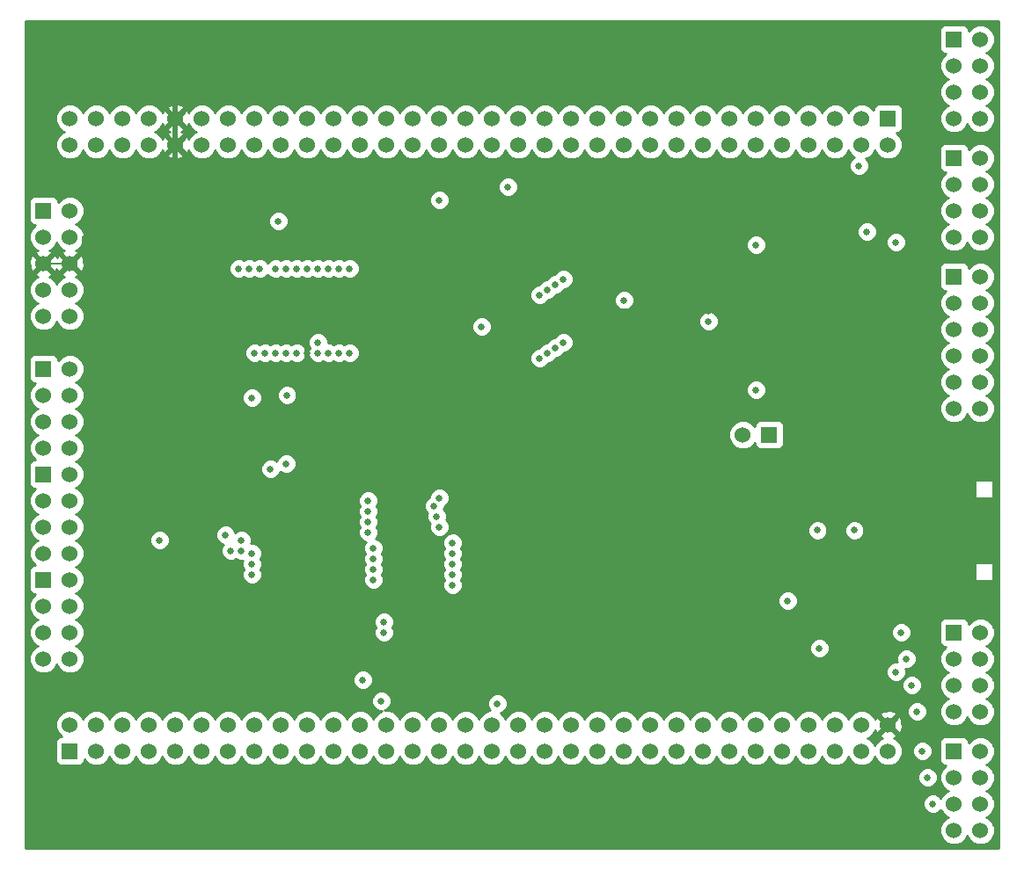
<source format=gbr>
G04 (created by PCBNEW-RS274X (2012-01-19 BZR 3256)-stable) date 08/10/2012 04:37:32*
G01*
G70*
G90*
%MOIN*%
G04 Gerber Fmt 3.4, Leading zero omitted, Abs format*
%FSLAX34Y34*%
G04 APERTURE LIST*
%ADD10C,0.006000*%
%ADD11R,0.060000X0.060000*%
%ADD12C,0.060000*%
%ADD13C,0.025000*%
%ADD14C,0.020000*%
%ADD15C,0.008000*%
%ADD16C,0.010000*%
G04 APERTURE END LIST*
G54D10*
G54D11*
X45500Y-16000D03*
G54D12*
X46500Y-16000D03*
X45500Y-17000D03*
X46500Y-17000D03*
X45500Y-18000D03*
X46500Y-18000D03*
X45500Y-19000D03*
X46500Y-19000D03*
X45500Y-20000D03*
X46500Y-20000D03*
X45500Y-21000D03*
X46500Y-21000D03*
G54D11*
X45500Y-11500D03*
G54D12*
X46500Y-11500D03*
X45500Y-12500D03*
X46500Y-12500D03*
X45500Y-13500D03*
X46500Y-13500D03*
X45500Y-14500D03*
X46500Y-14500D03*
G54D11*
X45500Y-07000D03*
G54D12*
X46500Y-07000D03*
X45500Y-08000D03*
X46500Y-08000D03*
X45500Y-09000D03*
X46500Y-09000D03*
X45500Y-10000D03*
X46500Y-10000D03*
G54D11*
X11000Y-27500D03*
G54D12*
X12000Y-27500D03*
X11000Y-28500D03*
X12000Y-28500D03*
X11000Y-29500D03*
X12000Y-29500D03*
X11000Y-30500D03*
X12000Y-30500D03*
G54D11*
X11000Y-23500D03*
G54D12*
X12000Y-23500D03*
X11000Y-24500D03*
X12000Y-24500D03*
X11000Y-25500D03*
X12000Y-25500D03*
X11000Y-26500D03*
X12000Y-26500D03*
G54D11*
X11000Y-19500D03*
G54D12*
X12000Y-19500D03*
X11000Y-20500D03*
X12000Y-20500D03*
X11000Y-21500D03*
X12000Y-21500D03*
X11000Y-22500D03*
X12000Y-22500D03*
G54D11*
X45500Y-34000D03*
G54D12*
X46500Y-34000D03*
X45500Y-35000D03*
X46500Y-35000D03*
X45500Y-36000D03*
X46500Y-36000D03*
X45500Y-37000D03*
X46500Y-37000D03*
G54D11*
X45500Y-29500D03*
G54D12*
X46500Y-29500D03*
X45500Y-30500D03*
X46500Y-30500D03*
X45500Y-31500D03*
X46500Y-31500D03*
X45500Y-32500D03*
X46500Y-32500D03*
G54D11*
X38500Y-22000D03*
G54D12*
X37500Y-22000D03*
G54D11*
X43000Y-10000D03*
G54D12*
X43000Y-11000D03*
X42000Y-10000D03*
X42000Y-11000D03*
X41000Y-10000D03*
X41000Y-11000D03*
X40000Y-10000D03*
X40000Y-11000D03*
X39000Y-10000D03*
X39000Y-11000D03*
X38000Y-10000D03*
X38000Y-11000D03*
X37000Y-10000D03*
X37000Y-11000D03*
X36000Y-10000D03*
X36000Y-11000D03*
X35000Y-10000D03*
X35000Y-11000D03*
X34000Y-10000D03*
X34000Y-11000D03*
X33000Y-10000D03*
X33000Y-11000D03*
X32000Y-10000D03*
X32000Y-11000D03*
X31000Y-10000D03*
X31000Y-11000D03*
X30000Y-10000D03*
X30000Y-11000D03*
X29000Y-10000D03*
X29000Y-11000D03*
X28000Y-10000D03*
X28000Y-11000D03*
X27000Y-10000D03*
X27000Y-11000D03*
X26000Y-10000D03*
X26000Y-11000D03*
X25000Y-10000D03*
X25000Y-11000D03*
X24000Y-10000D03*
X24000Y-11000D03*
X23000Y-10000D03*
X23000Y-11000D03*
X22000Y-10000D03*
X22000Y-11000D03*
X21000Y-10000D03*
X21000Y-11000D03*
X20000Y-10000D03*
X20000Y-11000D03*
X19000Y-10000D03*
X19000Y-11000D03*
X18000Y-10000D03*
X18000Y-11000D03*
X17000Y-10000D03*
X17000Y-11000D03*
X16000Y-10000D03*
X16000Y-11000D03*
X15000Y-10000D03*
X15000Y-11000D03*
X14000Y-10000D03*
X14000Y-11000D03*
X13000Y-10000D03*
X13000Y-11000D03*
X12000Y-10000D03*
X12000Y-11000D03*
G54D11*
X12000Y-34000D03*
G54D12*
X12000Y-33000D03*
X13000Y-34000D03*
X13000Y-33000D03*
X14000Y-34000D03*
X14000Y-33000D03*
X15000Y-34000D03*
X15000Y-33000D03*
X16000Y-34000D03*
X16000Y-33000D03*
X17000Y-34000D03*
X17000Y-33000D03*
X18000Y-34000D03*
X18000Y-33000D03*
X19000Y-34000D03*
X19000Y-33000D03*
X20000Y-34000D03*
X20000Y-33000D03*
X21000Y-34000D03*
X21000Y-33000D03*
X22000Y-34000D03*
X22000Y-33000D03*
X23000Y-34000D03*
X23000Y-33000D03*
X24000Y-34000D03*
X24000Y-33000D03*
X25000Y-34000D03*
X25000Y-33000D03*
X26000Y-34000D03*
X26000Y-33000D03*
X27000Y-34000D03*
X27000Y-33000D03*
X28000Y-34000D03*
X28000Y-33000D03*
X29000Y-34000D03*
X29000Y-33000D03*
X30000Y-34000D03*
X30000Y-33000D03*
X31000Y-34000D03*
X31000Y-33000D03*
X32000Y-34000D03*
X32000Y-33000D03*
X33000Y-34000D03*
X33000Y-33000D03*
X34000Y-34000D03*
X34000Y-33000D03*
X35000Y-34000D03*
X35000Y-33000D03*
X36000Y-34000D03*
X36000Y-33000D03*
X37000Y-34000D03*
X37000Y-33000D03*
X38000Y-34000D03*
X38000Y-33000D03*
X39000Y-34000D03*
X39000Y-33000D03*
X40000Y-34000D03*
X40000Y-33000D03*
X41000Y-34000D03*
X41000Y-33000D03*
X42000Y-34000D03*
X42000Y-33000D03*
X43000Y-34000D03*
X43000Y-33000D03*
G54D11*
X11000Y-13500D03*
G54D12*
X12000Y-13500D03*
X11000Y-14500D03*
X12000Y-14500D03*
X11000Y-15500D03*
X12000Y-15500D03*
X11000Y-16500D03*
X12000Y-16500D03*
X11000Y-17500D03*
X12000Y-17500D03*
G54D13*
X28600Y-12600D03*
X40400Y-30100D03*
X43300Y-31000D03*
X23800Y-32100D03*
X18900Y-27300D03*
X19600Y-23300D03*
X18900Y-26900D03*
X20200Y-23100D03*
X18900Y-26500D03*
X18500Y-26000D03*
X18500Y-26400D03*
X23500Y-27500D03*
X19400Y-18900D03*
X30700Y-16100D03*
X19800Y-18900D03*
X23500Y-27100D03*
X30400Y-16300D03*
X26500Y-26500D03*
X21800Y-15700D03*
X26500Y-26100D03*
X21400Y-15700D03*
X26000Y-25500D03*
X21000Y-15700D03*
X25900Y-25100D03*
X20600Y-15700D03*
X20200Y-15700D03*
X25800Y-24700D03*
X26000Y-24400D03*
X19800Y-15700D03*
X30100Y-16500D03*
X23500Y-26700D03*
X20200Y-18900D03*
X29800Y-16700D03*
X20600Y-18900D03*
X23500Y-26300D03*
X30700Y-18500D03*
X23300Y-25700D03*
X21400Y-18900D03*
X30400Y-18700D03*
X23300Y-25300D03*
X21800Y-18900D03*
X22200Y-18900D03*
X23300Y-24900D03*
X30100Y-18900D03*
X29800Y-19100D03*
X22600Y-18900D03*
X23300Y-24500D03*
X22600Y-15700D03*
X26500Y-27300D03*
X26500Y-26900D03*
X22200Y-15700D03*
X26000Y-13100D03*
X19200Y-15700D03*
X18400Y-15700D03*
X26500Y-27700D03*
X28200Y-32200D03*
X23100Y-31300D03*
X18800Y-15700D03*
X18100Y-26400D03*
X23900Y-29500D03*
X21400Y-18500D03*
X17900Y-25800D03*
X33000Y-16900D03*
X19000Y-18900D03*
X23900Y-29100D03*
X18900Y-20600D03*
X43300Y-14700D03*
X41900Y-11800D03*
X44700Y-36000D03*
X44500Y-35000D03*
X44300Y-34000D03*
X43900Y-31500D03*
X43700Y-30500D03*
X44100Y-32500D03*
X43500Y-29500D03*
X40325Y-25625D03*
X41725Y-25625D03*
X15500Y-08800D03*
X27600Y-17200D03*
X42500Y-21500D03*
X22100Y-29400D03*
X21000Y-18900D03*
X36200Y-17300D03*
X41700Y-26500D03*
X22100Y-27300D03*
X36200Y-16100D03*
X42100Y-28400D03*
X19600Y-14200D03*
X20225Y-20500D03*
X36200Y-17700D03*
X15400Y-26000D03*
X27600Y-17900D03*
X38000Y-20300D03*
X19900Y-13900D03*
X42200Y-14300D03*
X38000Y-14800D03*
X39200Y-28300D03*
G54D14*
X16000Y-09300D02*
X15500Y-08800D01*
X16000Y-10000D02*
X16000Y-09300D01*
X42500Y-25700D02*
X42500Y-21500D01*
X41700Y-26500D02*
X42500Y-25700D01*
X21000Y-18300D02*
X21000Y-18900D01*
X41700Y-26500D02*
X42100Y-26900D01*
X20400Y-17700D02*
X21000Y-18300D01*
X16000Y-10000D02*
X16000Y-11000D01*
X19000Y-17700D02*
X20400Y-17700D01*
X22100Y-27300D02*
X22100Y-29400D01*
X21000Y-26200D02*
X22100Y-27300D01*
X42100Y-26900D02*
X42100Y-28400D01*
X21000Y-18900D02*
X21000Y-26200D01*
X16000Y-11000D02*
X16000Y-14700D01*
X19600Y-14200D02*
X20400Y-15000D01*
X20400Y-15000D02*
X25400Y-15000D01*
X36200Y-17300D02*
X27700Y-17300D01*
G54D15*
X12500Y-14500D02*
X12500Y-15000D01*
G54D14*
X16000Y-11000D02*
X19200Y-14200D01*
G54D15*
X16000Y-11000D02*
X12500Y-14500D01*
X12500Y-15000D02*
X12000Y-15500D01*
X11000Y-15500D02*
X12000Y-15500D01*
G54D14*
X42100Y-28400D02*
X42100Y-32100D01*
X36200Y-17300D02*
X36200Y-16100D01*
X27700Y-17300D02*
X27600Y-17200D01*
X25400Y-15000D02*
X27600Y-17200D01*
X19200Y-14200D02*
X19600Y-14200D01*
X42100Y-32100D02*
X43000Y-33000D01*
X16000Y-14700D02*
X19000Y-17700D01*
G54D10*
G36*
X47175Y-37675D02*
X47049Y-37675D01*
X47049Y-37109D01*
X47049Y-36891D01*
X46999Y-36770D01*
X46965Y-36689D01*
X46811Y-36535D01*
X46726Y-36500D01*
X46811Y-36465D01*
X46965Y-36311D01*
X46999Y-36229D01*
X47049Y-36109D01*
X47049Y-35891D01*
X46999Y-35770D01*
X46965Y-35689D01*
X46811Y-35535D01*
X46726Y-35500D01*
X46811Y-35465D01*
X46965Y-35311D01*
X46999Y-35229D01*
X47049Y-35109D01*
X47049Y-34891D01*
X46999Y-34770D01*
X46965Y-34689D01*
X46811Y-34535D01*
X46726Y-34500D01*
X46811Y-34465D01*
X46965Y-34311D01*
X46999Y-34229D01*
X47049Y-34109D01*
X47049Y-33891D01*
X47049Y-32609D01*
X47049Y-32391D01*
X46999Y-32270D01*
X46965Y-32189D01*
X46811Y-32035D01*
X46726Y-32000D01*
X46811Y-31965D01*
X46965Y-31811D01*
X46999Y-31729D01*
X47049Y-31609D01*
X47049Y-31391D01*
X46999Y-31270D01*
X46965Y-31189D01*
X46811Y-31035D01*
X46726Y-31000D01*
X46811Y-30965D01*
X46965Y-30811D01*
X46999Y-30729D01*
X47049Y-30609D01*
X47049Y-30391D01*
X46999Y-30270D01*
X46965Y-30189D01*
X46811Y-30035D01*
X46726Y-30000D01*
X46811Y-29965D01*
X46965Y-29811D01*
X46999Y-29729D01*
X47049Y-29609D01*
X47049Y-29391D01*
X47049Y-21109D01*
X47049Y-20891D01*
X46965Y-20689D01*
X46811Y-20535D01*
X46726Y-20500D01*
X46811Y-20465D01*
X46965Y-20311D01*
X47049Y-20109D01*
X47049Y-19891D01*
X46965Y-19689D01*
X46811Y-19535D01*
X46726Y-19500D01*
X46811Y-19465D01*
X46965Y-19311D01*
X47049Y-19109D01*
X47049Y-18891D01*
X46965Y-18689D01*
X46811Y-18535D01*
X46726Y-18500D01*
X46811Y-18465D01*
X46965Y-18311D01*
X47049Y-18109D01*
X47049Y-17891D01*
X46965Y-17689D01*
X46811Y-17535D01*
X46726Y-17500D01*
X46811Y-17465D01*
X46965Y-17311D01*
X47049Y-17109D01*
X47049Y-16891D01*
X46965Y-16689D01*
X46811Y-16535D01*
X46726Y-16500D01*
X46811Y-16465D01*
X46965Y-16311D01*
X47049Y-16109D01*
X47049Y-15891D01*
X47049Y-14609D01*
X47049Y-14391D01*
X46965Y-14189D01*
X46811Y-14035D01*
X46726Y-14000D01*
X46811Y-13965D01*
X46965Y-13811D01*
X47049Y-13609D01*
X47049Y-13391D01*
X46965Y-13189D01*
X46811Y-13035D01*
X46726Y-13000D01*
X46811Y-12965D01*
X46965Y-12811D01*
X47049Y-12609D01*
X47049Y-12391D01*
X46965Y-12189D01*
X46811Y-12035D01*
X46726Y-12000D01*
X46811Y-11965D01*
X46965Y-11811D01*
X47049Y-11609D01*
X47049Y-11391D01*
X47049Y-10109D01*
X47049Y-09891D01*
X46965Y-09689D01*
X46811Y-09535D01*
X46726Y-09500D01*
X46811Y-09465D01*
X46965Y-09311D01*
X47049Y-09109D01*
X47049Y-08891D01*
X46965Y-08689D01*
X46811Y-08535D01*
X46726Y-08500D01*
X46811Y-08465D01*
X46965Y-08311D01*
X47049Y-08109D01*
X47049Y-07891D01*
X46965Y-07689D01*
X46811Y-07535D01*
X46726Y-07500D01*
X46811Y-07465D01*
X46965Y-07311D01*
X47049Y-07109D01*
X47049Y-06891D01*
X46965Y-06689D01*
X46811Y-06535D01*
X46609Y-06451D01*
X46391Y-06451D01*
X46189Y-06535D01*
X46049Y-06675D01*
X46049Y-06651D01*
X46011Y-06559D01*
X45941Y-06489D01*
X45850Y-06451D01*
X45751Y-06451D01*
X45151Y-06451D01*
X45059Y-06489D01*
X44989Y-06559D01*
X44951Y-06650D01*
X44951Y-06749D01*
X44951Y-07349D01*
X44989Y-07441D01*
X45059Y-07511D01*
X45150Y-07549D01*
X45175Y-07549D01*
X45035Y-07689D01*
X44951Y-07891D01*
X44951Y-08109D01*
X45035Y-08311D01*
X45189Y-08465D01*
X45273Y-08500D01*
X45189Y-08535D01*
X45035Y-08689D01*
X44951Y-08891D01*
X44951Y-09109D01*
X45035Y-09311D01*
X45189Y-09465D01*
X45273Y-09500D01*
X45189Y-09535D01*
X45035Y-09689D01*
X44951Y-09891D01*
X44951Y-10109D01*
X45035Y-10311D01*
X45189Y-10465D01*
X45391Y-10549D01*
X45609Y-10549D01*
X45811Y-10465D01*
X45965Y-10311D01*
X46000Y-10226D01*
X46035Y-10311D01*
X46189Y-10465D01*
X46391Y-10549D01*
X46609Y-10549D01*
X46811Y-10465D01*
X46965Y-10311D01*
X47049Y-10109D01*
X47049Y-11391D01*
X46965Y-11189D01*
X46811Y-11035D01*
X46609Y-10951D01*
X46391Y-10951D01*
X46189Y-11035D01*
X46049Y-11175D01*
X46049Y-11151D01*
X46011Y-11059D01*
X45941Y-10989D01*
X45850Y-10951D01*
X45751Y-10951D01*
X45151Y-10951D01*
X45059Y-10989D01*
X44989Y-11059D01*
X44951Y-11150D01*
X44951Y-11249D01*
X44951Y-11849D01*
X44989Y-11941D01*
X45059Y-12011D01*
X45150Y-12049D01*
X45175Y-12049D01*
X45035Y-12189D01*
X44951Y-12391D01*
X44951Y-12609D01*
X45035Y-12811D01*
X45189Y-12965D01*
X45273Y-13000D01*
X45189Y-13035D01*
X45035Y-13189D01*
X44951Y-13391D01*
X44951Y-13609D01*
X45035Y-13811D01*
X45189Y-13965D01*
X45273Y-14000D01*
X45189Y-14035D01*
X45035Y-14189D01*
X44951Y-14391D01*
X44951Y-14609D01*
X45035Y-14811D01*
X45189Y-14965D01*
X45391Y-15049D01*
X45609Y-15049D01*
X45811Y-14965D01*
X45965Y-14811D01*
X46000Y-14726D01*
X46035Y-14811D01*
X46189Y-14965D01*
X46391Y-15049D01*
X46609Y-15049D01*
X46811Y-14965D01*
X46965Y-14811D01*
X47049Y-14609D01*
X47049Y-15891D01*
X46965Y-15689D01*
X46811Y-15535D01*
X46609Y-15451D01*
X46391Y-15451D01*
X46189Y-15535D01*
X46049Y-15675D01*
X46049Y-15651D01*
X46011Y-15559D01*
X45941Y-15489D01*
X45850Y-15451D01*
X45751Y-15451D01*
X45151Y-15451D01*
X45059Y-15489D01*
X44989Y-15559D01*
X44951Y-15650D01*
X44951Y-15749D01*
X44951Y-16349D01*
X44989Y-16441D01*
X45059Y-16511D01*
X45150Y-16549D01*
X45175Y-16549D01*
X45035Y-16689D01*
X44951Y-16891D01*
X44951Y-17109D01*
X45035Y-17311D01*
X45189Y-17465D01*
X45273Y-17500D01*
X45189Y-17535D01*
X45035Y-17689D01*
X44951Y-17891D01*
X44951Y-18109D01*
X45035Y-18311D01*
X45189Y-18465D01*
X45273Y-18500D01*
X45189Y-18535D01*
X45035Y-18689D01*
X44951Y-18891D01*
X44951Y-19109D01*
X45035Y-19311D01*
X45189Y-19465D01*
X45273Y-19500D01*
X45189Y-19535D01*
X45035Y-19689D01*
X44951Y-19891D01*
X44951Y-20109D01*
X45035Y-20311D01*
X45189Y-20465D01*
X45273Y-20500D01*
X45189Y-20535D01*
X45035Y-20689D01*
X44951Y-20891D01*
X44951Y-21109D01*
X45035Y-21311D01*
X45189Y-21465D01*
X45391Y-21549D01*
X45609Y-21549D01*
X45811Y-21465D01*
X45965Y-21311D01*
X46000Y-21226D01*
X46035Y-21311D01*
X46189Y-21465D01*
X46391Y-21549D01*
X46609Y-21549D01*
X46811Y-21465D01*
X46965Y-21311D01*
X47049Y-21109D01*
X47049Y-29391D01*
X46999Y-29270D01*
X46999Y-27550D01*
X46999Y-26848D01*
X46999Y-24400D01*
X46999Y-23698D01*
X46293Y-23698D01*
X46293Y-24400D01*
X46999Y-24400D01*
X46999Y-26848D01*
X46293Y-26848D01*
X46293Y-27550D01*
X46999Y-27550D01*
X46999Y-29270D01*
X46965Y-29189D01*
X46811Y-29035D01*
X46609Y-28951D01*
X46391Y-28951D01*
X46189Y-29035D01*
X46049Y-29175D01*
X46049Y-29151D01*
X46011Y-29059D01*
X45941Y-28989D01*
X45850Y-28951D01*
X45751Y-28951D01*
X45151Y-28951D01*
X45059Y-28989D01*
X44989Y-29059D01*
X44951Y-29150D01*
X44951Y-29249D01*
X44951Y-29849D01*
X44989Y-29941D01*
X45059Y-30011D01*
X45150Y-30049D01*
X45175Y-30049D01*
X45035Y-30189D01*
X44951Y-30391D01*
X44951Y-30609D01*
X45035Y-30811D01*
X45189Y-30965D01*
X45273Y-31000D01*
X45189Y-31035D01*
X45035Y-31189D01*
X44951Y-31391D01*
X44951Y-31609D01*
X45035Y-31811D01*
X45189Y-31965D01*
X45273Y-32000D01*
X45189Y-32035D01*
X45035Y-32189D01*
X44951Y-32391D01*
X44951Y-32609D01*
X45035Y-32811D01*
X45189Y-32965D01*
X45391Y-33049D01*
X45609Y-33049D01*
X45811Y-32965D01*
X45965Y-32811D01*
X46000Y-32726D01*
X46035Y-32811D01*
X46189Y-32965D01*
X46391Y-33049D01*
X46609Y-33049D01*
X46811Y-32965D01*
X46965Y-32811D01*
X46999Y-32729D01*
X47049Y-32609D01*
X47049Y-33891D01*
X46999Y-33770D01*
X46965Y-33689D01*
X46811Y-33535D01*
X46609Y-33451D01*
X46391Y-33451D01*
X46189Y-33535D01*
X46049Y-33675D01*
X46049Y-33651D01*
X46011Y-33559D01*
X45941Y-33489D01*
X45850Y-33451D01*
X45751Y-33451D01*
X45151Y-33451D01*
X45059Y-33489D01*
X44989Y-33559D01*
X44951Y-33650D01*
X44951Y-33749D01*
X44951Y-34349D01*
X44989Y-34441D01*
X45059Y-34511D01*
X45150Y-34549D01*
X45175Y-34549D01*
X45035Y-34689D01*
X44951Y-34891D01*
X44951Y-35109D01*
X45035Y-35311D01*
X45189Y-35465D01*
X45273Y-35500D01*
X45189Y-35535D01*
X45035Y-35689D01*
X45000Y-35770D01*
X44913Y-35683D01*
X44875Y-35667D01*
X44875Y-35075D01*
X44875Y-34926D01*
X44818Y-34788D01*
X44713Y-34683D01*
X44675Y-34667D01*
X44675Y-34075D01*
X44675Y-33926D01*
X44618Y-33788D01*
X44513Y-33683D01*
X44475Y-33667D01*
X44475Y-32575D01*
X44475Y-32426D01*
X44418Y-32288D01*
X44313Y-32183D01*
X44275Y-32167D01*
X44275Y-31575D01*
X44275Y-31426D01*
X44218Y-31288D01*
X44113Y-31183D01*
X44075Y-31167D01*
X44075Y-30575D01*
X44075Y-30426D01*
X44018Y-30288D01*
X43913Y-30183D01*
X43875Y-30167D01*
X43875Y-29575D01*
X43875Y-29426D01*
X43818Y-29288D01*
X43713Y-29183D01*
X43675Y-29167D01*
X43675Y-14775D01*
X43675Y-14626D01*
X43618Y-14488D01*
X43549Y-14419D01*
X43549Y-11109D01*
X43549Y-10891D01*
X43465Y-10689D01*
X43325Y-10549D01*
X43349Y-10549D01*
X43441Y-10511D01*
X43511Y-10441D01*
X43549Y-10350D01*
X43549Y-10251D01*
X43549Y-09651D01*
X43511Y-09559D01*
X43441Y-09489D01*
X43350Y-09451D01*
X43251Y-09451D01*
X42651Y-09451D01*
X42559Y-09489D01*
X42489Y-09559D01*
X42451Y-09650D01*
X42451Y-09675D01*
X42311Y-09535D01*
X42109Y-09451D01*
X41891Y-09451D01*
X41689Y-09535D01*
X41535Y-09689D01*
X41500Y-09773D01*
X41465Y-09689D01*
X41311Y-09535D01*
X41109Y-09451D01*
X40891Y-09451D01*
X40689Y-09535D01*
X40535Y-09689D01*
X40500Y-09773D01*
X40465Y-09689D01*
X40311Y-09535D01*
X40109Y-09451D01*
X39891Y-09451D01*
X39689Y-09535D01*
X39535Y-09689D01*
X39500Y-09773D01*
X39465Y-09689D01*
X39311Y-09535D01*
X39109Y-09451D01*
X38891Y-09451D01*
X38689Y-09535D01*
X38535Y-09689D01*
X38500Y-09773D01*
X38465Y-09689D01*
X38311Y-09535D01*
X38109Y-09451D01*
X37891Y-09451D01*
X37689Y-09535D01*
X37535Y-09689D01*
X37500Y-09773D01*
X37465Y-09689D01*
X37311Y-09535D01*
X37109Y-09451D01*
X36891Y-09451D01*
X36689Y-09535D01*
X36535Y-09689D01*
X36500Y-09773D01*
X36465Y-09689D01*
X36311Y-09535D01*
X36109Y-09451D01*
X35891Y-09451D01*
X35689Y-09535D01*
X35535Y-09689D01*
X35500Y-09773D01*
X35465Y-09689D01*
X35311Y-09535D01*
X35109Y-09451D01*
X34891Y-09451D01*
X34689Y-09535D01*
X34535Y-09689D01*
X34500Y-09773D01*
X34465Y-09689D01*
X34311Y-09535D01*
X34109Y-09451D01*
X33891Y-09451D01*
X33689Y-09535D01*
X33535Y-09689D01*
X33500Y-09773D01*
X33465Y-09689D01*
X33311Y-09535D01*
X33109Y-09451D01*
X32891Y-09451D01*
X32689Y-09535D01*
X32535Y-09689D01*
X32500Y-09773D01*
X32465Y-09689D01*
X32311Y-09535D01*
X32109Y-09451D01*
X31891Y-09451D01*
X31689Y-09535D01*
X31535Y-09689D01*
X31500Y-09773D01*
X31465Y-09689D01*
X31311Y-09535D01*
X31109Y-09451D01*
X30891Y-09451D01*
X30689Y-09535D01*
X30535Y-09689D01*
X30500Y-09773D01*
X30465Y-09689D01*
X30311Y-09535D01*
X30109Y-09451D01*
X29891Y-09451D01*
X29689Y-09535D01*
X29535Y-09689D01*
X29500Y-09773D01*
X29465Y-09689D01*
X29311Y-09535D01*
X29109Y-09451D01*
X28891Y-09451D01*
X28689Y-09535D01*
X28535Y-09689D01*
X28500Y-09773D01*
X28465Y-09689D01*
X28311Y-09535D01*
X28109Y-09451D01*
X27891Y-09451D01*
X27689Y-09535D01*
X27535Y-09689D01*
X27500Y-09773D01*
X27465Y-09689D01*
X27311Y-09535D01*
X27109Y-09451D01*
X26891Y-09451D01*
X26689Y-09535D01*
X26535Y-09689D01*
X26500Y-09773D01*
X26465Y-09689D01*
X26311Y-09535D01*
X26109Y-09451D01*
X25891Y-09451D01*
X25689Y-09535D01*
X25535Y-09689D01*
X25500Y-09773D01*
X25465Y-09689D01*
X25311Y-09535D01*
X25109Y-09451D01*
X24891Y-09451D01*
X24689Y-09535D01*
X24535Y-09689D01*
X24500Y-09773D01*
X24465Y-09689D01*
X24311Y-09535D01*
X24109Y-09451D01*
X23891Y-09451D01*
X23689Y-09535D01*
X23535Y-09689D01*
X23500Y-09773D01*
X23465Y-09689D01*
X23311Y-09535D01*
X23109Y-09451D01*
X22891Y-09451D01*
X22689Y-09535D01*
X22535Y-09689D01*
X22500Y-09773D01*
X22465Y-09689D01*
X22311Y-09535D01*
X22109Y-09451D01*
X21891Y-09451D01*
X21689Y-09535D01*
X21535Y-09689D01*
X21500Y-09773D01*
X21465Y-09689D01*
X21311Y-09535D01*
X21109Y-09451D01*
X20891Y-09451D01*
X20689Y-09535D01*
X20535Y-09689D01*
X20500Y-09773D01*
X20465Y-09689D01*
X20311Y-09535D01*
X20109Y-09451D01*
X19891Y-09451D01*
X19689Y-09535D01*
X19535Y-09689D01*
X19500Y-09773D01*
X19465Y-09689D01*
X19311Y-09535D01*
X19109Y-09451D01*
X18891Y-09451D01*
X18689Y-09535D01*
X18535Y-09689D01*
X18500Y-09773D01*
X18465Y-09689D01*
X18311Y-09535D01*
X18109Y-09451D01*
X17891Y-09451D01*
X17689Y-09535D01*
X17535Y-09689D01*
X17500Y-09773D01*
X17465Y-09689D01*
X17311Y-09535D01*
X17109Y-09451D01*
X16891Y-09451D01*
X16689Y-09535D01*
X16535Y-09689D01*
X16497Y-09780D01*
X16472Y-09719D01*
X16378Y-09692D01*
X16308Y-09762D01*
X16308Y-09622D01*
X16281Y-09528D01*
X16079Y-09457D01*
X15866Y-09468D01*
X15719Y-09528D01*
X15692Y-09622D01*
X16000Y-09929D01*
X16308Y-09622D01*
X16308Y-09762D01*
X16071Y-10000D01*
X16378Y-10308D01*
X16472Y-10281D01*
X16495Y-10215D01*
X16535Y-10311D01*
X16689Y-10465D01*
X16773Y-10500D01*
X16689Y-10535D01*
X16535Y-10689D01*
X16497Y-10780D01*
X16472Y-10719D01*
X16378Y-10692D01*
X16308Y-10762D01*
X16308Y-10622D01*
X16281Y-10528D01*
X16207Y-10502D01*
X16281Y-10472D01*
X16308Y-10378D01*
X16000Y-10071D01*
X15692Y-10378D01*
X15719Y-10472D01*
X15792Y-10497D01*
X15719Y-10528D01*
X15692Y-10622D01*
X16000Y-10929D01*
X16308Y-10622D01*
X16308Y-10762D01*
X16071Y-11000D01*
X16378Y-11308D01*
X16472Y-11281D01*
X16495Y-11215D01*
X16535Y-11311D01*
X16689Y-11465D01*
X16891Y-11549D01*
X17109Y-11549D01*
X17311Y-11465D01*
X17465Y-11311D01*
X17500Y-11226D01*
X17535Y-11311D01*
X17689Y-11465D01*
X17891Y-11549D01*
X18109Y-11549D01*
X18311Y-11465D01*
X18465Y-11311D01*
X18500Y-11226D01*
X18535Y-11311D01*
X18689Y-11465D01*
X18891Y-11549D01*
X19109Y-11549D01*
X19311Y-11465D01*
X19465Y-11311D01*
X19500Y-11226D01*
X19535Y-11311D01*
X19689Y-11465D01*
X19891Y-11549D01*
X20109Y-11549D01*
X20311Y-11465D01*
X20465Y-11311D01*
X20500Y-11226D01*
X20535Y-11311D01*
X20689Y-11465D01*
X20891Y-11549D01*
X21109Y-11549D01*
X21311Y-11465D01*
X21465Y-11311D01*
X21500Y-11226D01*
X21535Y-11311D01*
X21689Y-11465D01*
X21891Y-11549D01*
X22109Y-11549D01*
X22311Y-11465D01*
X22465Y-11311D01*
X22500Y-11226D01*
X22535Y-11311D01*
X22689Y-11465D01*
X22891Y-11549D01*
X23109Y-11549D01*
X23311Y-11465D01*
X23465Y-11311D01*
X23500Y-11226D01*
X23535Y-11311D01*
X23689Y-11465D01*
X23891Y-11549D01*
X24109Y-11549D01*
X24311Y-11465D01*
X24465Y-11311D01*
X24500Y-11226D01*
X24535Y-11311D01*
X24689Y-11465D01*
X24891Y-11549D01*
X25109Y-11549D01*
X25311Y-11465D01*
X25465Y-11311D01*
X25500Y-11226D01*
X25535Y-11311D01*
X25689Y-11465D01*
X25891Y-11549D01*
X26109Y-11549D01*
X26311Y-11465D01*
X26465Y-11311D01*
X26500Y-11226D01*
X26535Y-11311D01*
X26689Y-11465D01*
X26891Y-11549D01*
X27109Y-11549D01*
X27311Y-11465D01*
X27465Y-11311D01*
X27500Y-11226D01*
X27535Y-11311D01*
X27689Y-11465D01*
X27891Y-11549D01*
X28109Y-11549D01*
X28311Y-11465D01*
X28465Y-11311D01*
X28500Y-11226D01*
X28535Y-11311D01*
X28689Y-11465D01*
X28891Y-11549D01*
X29109Y-11549D01*
X29311Y-11465D01*
X29465Y-11311D01*
X29500Y-11226D01*
X29535Y-11311D01*
X29689Y-11465D01*
X29891Y-11549D01*
X30109Y-11549D01*
X30311Y-11465D01*
X30465Y-11311D01*
X30500Y-11226D01*
X30535Y-11311D01*
X30689Y-11465D01*
X30891Y-11549D01*
X31109Y-11549D01*
X31311Y-11465D01*
X31465Y-11311D01*
X31500Y-11226D01*
X31535Y-11311D01*
X31689Y-11465D01*
X31891Y-11549D01*
X32109Y-11549D01*
X32311Y-11465D01*
X32465Y-11311D01*
X32500Y-11226D01*
X32535Y-11311D01*
X32689Y-11465D01*
X32891Y-11549D01*
X33109Y-11549D01*
X33311Y-11465D01*
X33465Y-11311D01*
X33500Y-11226D01*
X33535Y-11311D01*
X33689Y-11465D01*
X33891Y-11549D01*
X34109Y-11549D01*
X34311Y-11465D01*
X34465Y-11311D01*
X34500Y-11226D01*
X34535Y-11311D01*
X34689Y-11465D01*
X34891Y-11549D01*
X35109Y-11549D01*
X35311Y-11465D01*
X35465Y-11311D01*
X35500Y-11226D01*
X35535Y-11311D01*
X35689Y-11465D01*
X35891Y-11549D01*
X36109Y-11549D01*
X36311Y-11465D01*
X36465Y-11311D01*
X36500Y-11226D01*
X36535Y-11311D01*
X36689Y-11465D01*
X36891Y-11549D01*
X37109Y-11549D01*
X37311Y-11465D01*
X37465Y-11311D01*
X37500Y-11226D01*
X37535Y-11311D01*
X37689Y-11465D01*
X37891Y-11549D01*
X38109Y-11549D01*
X38311Y-11465D01*
X38465Y-11311D01*
X38500Y-11226D01*
X38535Y-11311D01*
X38689Y-11465D01*
X38891Y-11549D01*
X39109Y-11549D01*
X39311Y-11465D01*
X39465Y-11311D01*
X39500Y-11226D01*
X39535Y-11311D01*
X39689Y-11465D01*
X39891Y-11549D01*
X40109Y-11549D01*
X40311Y-11465D01*
X40465Y-11311D01*
X40500Y-11226D01*
X40535Y-11311D01*
X40689Y-11465D01*
X40891Y-11549D01*
X41109Y-11549D01*
X41311Y-11465D01*
X41465Y-11311D01*
X41500Y-11226D01*
X41535Y-11311D01*
X41689Y-11465D01*
X41709Y-11473D01*
X41688Y-11482D01*
X41583Y-11587D01*
X41525Y-11725D01*
X41525Y-11874D01*
X41582Y-12012D01*
X41687Y-12117D01*
X41825Y-12175D01*
X41974Y-12175D01*
X42112Y-12118D01*
X42217Y-12013D01*
X42275Y-11875D01*
X42275Y-11726D01*
X42218Y-11588D01*
X42158Y-11528D01*
X42311Y-11465D01*
X42465Y-11311D01*
X42500Y-11226D01*
X42535Y-11311D01*
X42689Y-11465D01*
X42891Y-11549D01*
X43109Y-11549D01*
X43311Y-11465D01*
X43465Y-11311D01*
X43549Y-11109D01*
X43549Y-14419D01*
X43513Y-14383D01*
X43375Y-14325D01*
X43226Y-14325D01*
X43088Y-14382D01*
X42983Y-14487D01*
X42925Y-14625D01*
X42925Y-14774D01*
X42982Y-14912D01*
X43087Y-15017D01*
X43225Y-15075D01*
X43374Y-15075D01*
X43512Y-15018D01*
X43617Y-14913D01*
X43675Y-14775D01*
X43675Y-29167D01*
X43575Y-29125D01*
X43426Y-29125D01*
X43288Y-29182D01*
X43183Y-29287D01*
X43125Y-29425D01*
X43125Y-29574D01*
X43182Y-29712D01*
X43287Y-29817D01*
X43425Y-29875D01*
X43574Y-29875D01*
X43712Y-29818D01*
X43817Y-29713D01*
X43875Y-29575D01*
X43875Y-30167D01*
X43775Y-30125D01*
X43626Y-30125D01*
X43488Y-30182D01*
X43383Y-30287D01*
X43325Y-30425D01*
X43325Y-30574D01*
X43346Y-30625D01*
X43226Y-30625D01*
X43088Y-30682D01*
X42983Y-30787D01*
X42925Y-30925D01*
X42925Y-31074D01*
X42982Y-31212D01*
X43087Y-31317D01*
X43225Y-31375D01*
X43374Y-31375D01*
X43512Y-31318D01*
X43617Y-31213D01*
X43675Y-31075D01*
X43675Y-30926D01*
X43653Y-30875D01*
X43774Y-30875D01*
X43912Y-30818D01*
X44017Y-30713D01*
X44075Y-30575D01*
X44075Y-31167D01*
X43975Y-31125D01*
X43826Y-31125D01*
X43688Y-31182D01*
X43583Y-31287D01*
X43525Y-31425D01*
X43525Y-31574D01*
X43582Y-31712D01*
X43687Y-31817D01*
X43825Y-31875D01*
X43974Y-31875D01*
X44112Y-31818D01*
X44217Y-31713D01*
X44275Y-31575D01*
X44275Y-32167D01*
X44175Y-32125D01*
X44026Y-32125D01*
X43888Y-32182D01*
X43783Y-32287D01*
X43725Y-32425D01*
X43725Y-32574D01*
X43782Y-32712D01*
X43887Y-32817D01*
X44025Y-32875D01*
X44174Y-32875D01*
X44312Y-32818D01*
X44417Y-32713D01*
X44475Y-32575D01*
X44475Y-33667D01*
X44375Y-33625D01*
X44226Y-33625D01*
X44088Y-33682D01*
X43983Y-33787D01*
X43925Y-33925D01*
X43925Y-34074D01*
X43982Y-34212D01*
X44087Y-34317D01*
X44225Y-34375D01*
X44374Y-34375D01*
X44512Y-34318D01*
X44617Y-34213D01*
X44675Y-34075D01*
X44675Y-34667D01*
X44575Y-34625D01*
X44426Y-34625D01*
X44288Y-34682D01*
X44183Y-34787D01*
X44125Y-34925D01*
X44125Y-35074D01*
X44182Y-35212D01*
X44287Y-35317D01*
X44425Y-35375D01*
X44574Y-35375D01*
X44712Y-35318D01*
X44817Y-35213D01*
X44875Y-35075D01*
X44875Y-35667D01*
X44775Y-35625D01*
X44626Y-35625D01*
X44488Y-35682D01*
X44383Y-35787D01*
X44325Y-35925D01*
X44325Y-36074D01*
X44382Y-36212D01*
X44487Y-36317D01*
X44625Y-36375D01*
X44774Y-36375D01*
X44912Y-36318D01*
X45000Y-36229D01*
X45035Y-36311D01*
X45189Y-36465D01*
X45273Y-36500D01*
X45189Y-36535D01*
X45035Y-36689D01*
X44951Y-36891D01*
X44951Y-37109D01*
X45035Y-37311D01*
X45189Y-37465D01*
X45391Y-37549D01*
X45609Y-37549D01*
X45811Y-37465D01*
X45965Y-37311D01*
X46000Y-37226D01*
X46035Y-37311D01*
X46189Y-37465D01*
X46391Y-37549D01*
X46609Y-37549D01*
X46811Y-37465D01*
X46965Y-37311D01*
X46999Y-37229D01*
X47049Y-37109D01*
X47049Y-37675D01*
X46999Y-37675D01*
X43549Y-37675D01*
X43549Y-34109D01*
X43549Y-33891D01*
X43543Y-33876D01*
X43543Y-33079D01*
X43532Y-32866D01*
X43472Y-32719D01*
X43378Y-32692D01*
X43308Y-32762D01*
X43308Y-32622D01*
X43281Y-32528D01*
X43079Y-32457D01*
X42866Y-32468D01*
X42719Y-32528D01*
X42692Y-32622D01*
X43000Y-32929D01*
X43308Y-32622D01*
X43308Y-32762D01*
X43071Y-33000D01*
X43378Y-33308D01*
X43472Y-33281D01*
X43543Y-33079D01*
X43543Y-33876D01*
X43465Y-33689D01*
X43311Y-33535D01*
X43219Y-33497D01*
X43281Y-33472D01*
X43308Y-33378D01*
X43000Y-33071D01*
X42692Y-33378D01*
X42719Y-33472D01*
X42784Y-33495D01*
X42689Y-33535D01*
X42535Y-33689D01*
X42500Y-33773D01*
X42465Y-33689D01*
X42311Y-33535D01*
X42226Y-33500D01*
X42311Y-33465D01*
X42465Y-33311D01*
X42502Y-33219D01*
X42528Y-33281D01*
X42622Y-33308D01*
X42929Y-33000D01*
X42622Y-32692D01*
X42575Y-32705D01*
X42575Y-14375D01*
X42575Y-14226D01*
X42518Y-14088D01*
X42413Y-13983D01*
X42275Y-13925D01*
X42126Y-13925D01*
X41988Y-13982D01*
X41883Y-14087D01*
X41825Y-14225D01*
X41825Y-14374D01*
X41882Y-14512D01*
X41987Y-14617D01*
X42125Y-14675D01*
X42274Y-14675D01*
X42412Y-14618D01*
X42517Y-14513D01*
X42575Y-14375D01*
X42575Y-32705D01*
X42528Y-32719D01*
X42504Y-32784D01*
X42465Y-32689D01*
X42311Y-32535D01*
X42109Y-32451D01*
X42100Y-32451D01*
X42100Y-25700D01*
X42100Y-25551D01*
X42043Y-25413D01*
X41938Y-25308D01*
X41800Y-25250D01*
X41651Y-25250D01*
X41513Y-25307D01*
X41408Y-25412D01*
X41350Y-25550D01*
X41350Y-25699D01*
X41407Y-25837D01*
X41512Y-25942D01*
X41650Y-26000D01*
X41799Y-26000D01*
X41937Y-25943D01*
X42042Y-25838D01*
X42100Y-25700D01*
X42100Y-32451D01*
X41891Y-32451D01*
X41689Y-32535D01*
X41535Y-32689D01*
X41500Y-32773D01*
X41465Y-32689D01*
X41311Y-32535D01*
X41109Y-32451D01*
X40891Y-32451D01*
X40775Y-32499D01*
X40775Y-30175D01*
X40775Y-30026D01*
X40718Y-29888D01*
X40700Y-29870D01*
X40700Y-25700D01*
X40700Y-25551D01*
X40643Y-25413D01*
X40538Y-25308D01*
X40400Y-25250D01*
X40251Y-25250D01*
X40113Y-25307D01*
X40008Y-25412D01*
X39950Y-25550D01*
X39950Y-25699D01*
X40007Y-25837D01*
X40112Y-25942D01*
X40250Y-26000D01*
X40399Y-26000D01*
X40537Y-25943D01*
X40642Y-25838D01*
X40700Y-25700D01*
X40700Y-29870D01*
X40613Y-29783D01*
X40475Y-29725D01*
X40326Y-29725D01*
X40188Y-29782D01*
X40083Y-29887D01*
X40025Y-30025D01*
X40025Y-30174D01*
X40082Y-30312D01*
X40187Y-30417D01*
X40325Y-30475D01*
X40474Y-30475D01*
X40612Y-30418D01*
X40717Y-30313D01*
X40775Y-30175D01*
X40775Y-32499D01*
X40689Y-32535D01*
X40535Y-32689D01*
X40500Y-32773D01*
X40465Y-32689D01*
X40311Y-32535D01*
X40109Y-32451D01*
X39891Y-32451D01*
X39689Y-32535D01*
X39575Y-32649D01*
X39575Y-28375D01*
X39575Y-28226D01*
X39518Y-28088D01*
X39413Y-27983D01*
X39275Y-27925D01*
X39126Y-27925D01*
X39049Y-27956D01*
X39049Y-22350D01*
X39049Y-22251D01*
X39049Y-21651D01*
X39011Y-21559D01*
X38941Y-21489D01*
X38850Y-21451D01*
X38751Y-21451D01*
X38375Y-21451D01*
X38375Y-20375D01*
X38375Y-20226D01*
X38375Y-14875D01*
X38375Y-14726D01*
X38318Y-14588D01*
X38213Y-14483D01*
X38075Y-14425D01*
X37926Y-14425D01*
X37788Y-14482D01*
X37683Y-14587D01*
X37625Y-14725D01*
X37625Y-14874D01*
X37682Y-15012D01*
X37787Y-15117D01*
X37925Y-15175D01*
X38074Y-15175D01*
X38212Y-15118D01*
X38317Y-15013D01*
X38375Y-14875D01*
X38375Y-20226D01*
X38318Y-20088D01*
X38213Y-19983D01*
X38075Y-19925D01*
X37926Y-19925D01*
X37788Y-19982D01*
X37683Y-20087D01*
X37625Y-20225D01*
X37625Y-20374D01*
X37682Y-20512D01*
X37787Y-20617D01*
X37925Y-20675D01*
X38074Y-20675D01*
X38212Y-20618D01*
X38317Y-20513D01*
X38375Y-20375D01*
X38375Y-21451D01*
X38151Y-21451D01*
X38059Y-21489D01*
X37989Y-21559D01*
X37951Y-21650D01*
X37951Y-21675D01*
X37811Y-21535D01*
X37609Y-21451D01*
X37391Y-21451D01*
X37189Y-21535D01*
X37035Y-21689D01*
X36951Y-21891D01*
X36951Y-22109D01*
X37035Y-22311D01*
X37189Y-22465D01*
X37391Y-22549D01*
X37609Y-22549D01*
X37811Y-22465D01*
X37951Y-22325D01*
X37951Y-22349D01*
X37989Y-22441D01*
X38059Y-22511D01*
X38150Y-22549D01*
X38249Y-22549D01*
X38849Y-22549D01*
X38941Y-22511D01*
X39011Y-22441D01*
X39049Y-22350D01*
X39049Y-27956D01*
X38988Y-27982D01*
X38883Y-28087D01*
X38825Y-28225D01*
X38825Y-28374D01*
X38882Y-28512D01*
X38987Y-28617D01*
X39125Y-28675D01*
X39274Y-28675D01*
X39412Y-28618D01*
X39517Y-28513D01*
X39575Y-28375D01*
X39575Y-32649D01*
X39535Y-32689D01*
X39500Y-32773D01*
X39465Y-32689D01*
X39311Y-32535D01*
X39109Y-32451D01*
X38891Y-32451D01*
X38689Y-32535D01*
X38535Y-32689D01*
X38500Y-32773D01*
X38465Y-32689D01*
X38311Y-32535D01*
X38109Y-32451D01*
X37891Y-32451D01*
X37689Y-32535D01*
X37535Y-32689D01*
X37500Y-32773D01*
X37465Y-32689D01*
X37311Y-32535D01*
X37109Y-32451D01*
X36891Y-32451D01*
X36689Y-32535D01*
X36575Y-32649D01*
X36575Y-17775D01*
X36575Y-17626D01*
X36518Y-17488D01*
X36413Y-17383D01*
X36275Y-17325D01*
X36126Y-17325D01*
X35988Y-17382D01*
X35883Y-17487D01*
X35825Y-17625D01*
X35825Y-17774D01*
X35882Y-17912D01*
X35987Y-18017D01*
X36125Y-18075D01*
X36274Y-18075D01*
X36412Y-18018D01*
X36517Y-17913D01*
X36575Y-17775D01*
X36575Y-32649D01*
X36535Y-32689D01*
X36500Y-32773D01*
X36465Y-32689D01*
X36311Y-32535D01*
X36109Y-32451D01*
X35891Y-32451D01*
X35689Y-32535D01*
X35535Y-32689D01*
X35500Y-32773D01*
X35465Y-32689D01*
X35311Y-32535D01*
X35109Y-32451D01*
X34891Y-32451D01*
X34689Y-32535D01*
X34535Y-32689D01*
X34500Y-32773D01*
X34465Y-32689D01*
X34311Y-32535D01*
X34109Y-32451D01*
X33891Y-32451D01*
X33689Y-32535D01*
X33535Y-32689D01*
X33500Y-32773D01*
X33465Y-32689D01*
X33375Y-32599D01*
X33375Y-16975D01*
X33375Y-16826D01*
X33318Y-16688D01*
X33213Y-16583D01*
X33075Y-16525D01*
X32926Y-16525D01*
X32788Y-16582D01*
X32683Y-16687D01*
X32625Y-16825D01*
X32625Y-16974D01*
X32682Y-17112D01*
X32787Y-17217D01*
X32925Y-17275D01*
X33074Y-17275D01*
X33212Y-17218D01*
X33317Y-17113D01*
X33375Y-16975D01*
X33375Y-32599D01*
X33311Y-32535D01*
X33109Y-32451D01*
X32891Y-32451D01*
X32689Y-32535D01*
X32535Y-32689D01*
X32500Y-32773D01*
X32465Y-32689D01*
X32311Y-32535D01*
X32109Y-32451D01*
X31891Y-32451D01*
X31689Y-32535D01*
X31535Y-32689D01*
X31500Y-32773D01*
X31465Y-32689D01*
X31311Y-32535D01*
X31109Y-32451D01*
X31075Y-32451D01*
X31075Y-18575D01*
X31075Y-18426D01*
X31075Y-16175D01*
X31075Y-16026D01*
X31018Y-15888D01*
X30913Y-15783D01*
X30775Y-15725D01*
X30626Y-15725D01*
X30488Y-15782D01*
X30383Y-15887D01*
X30367Y-15925D01*
X30326Y-15925D01*
X30188Y-15982D01*
X30083Y-16087D01*
X30067Y-16125D01*
X30026Y-16125D01*
X29888Y-16182D01*
X29783Y-16287D01*
X29767Y-16325D01*
X29726Y-16325D01*
X29588Y-16382D01*
X29483Y-16487D01*
X29425Y-16625D01*
X29425Y-16774D01*
X29482Y-16912D01*
X29587Y-17017D01*
X29725Y-17075D01*
X29874Y-17075D01*
X30012Y-17018D01*
X30117Y-16913D01*
X30132Y-16875D01*
X30174Y-16875D01*
X30312Y-16818D01*
X30417Y-16713D01*
X30432Y-16675D01*
X30474Y-16675D01*
X30612Y-16618D01*
X30717Y-16513D01*
X30732Y-16475D01*
X30774Y-16475D01*
X30912Y-16418D01*
X31017Y-16313D01*
X31075Y-16175D01*
X31075Y-18426D01*
X31018Y-18288D01*
X30913Y-18183D01*
X30775Y-18125D01*
X30626Y-18125D01*
X30488Y-18182D01*
X30383Y-18287D01*
X30367Y-18325D01*
X30326Y-18325D01*
X30188Y-18382D01*
X30083Y-18487D01*
X30067Y-18525D01*
X30026Y-18525D01*
X29888Y-18582D01*
X29783Y-18687D01*
X29767Y-18725D01*
X29726Y-18725D01*
X29588Y-18782D01*
X29483Y-18887D01*
X29425Y-19025D01*
X29425Y-19174D01*
X29482Y-19312D01*
X29587Y-19417D01*
X29725Y-19475D01*
X29874Y-19475D01*
X30012Y-19418D01*
X30117Y-19313D01*
X30132Y-19275D01*
X30174Y-19275D01*
X30312Y-19218D01*
X30417Y-19113D01*
X30432Y-19075D01*
X30474Y-19075D01*
X30612Y-19018D01*
X30717Y-18913D01*
X30732Y-18875D01*
X30774Y-18875D01*
X30912Y-18818D01*
X31017Y-18713D01*
X31075Y-18575D01*
X31075Y-32451D01*
X30891Y-32451D01*
X30689Y-32535D01*
X30535Y-32689D01*
X30500Y-32773D01*
X30465Y-32689D01*
X30311Y-32535D01*
X30109Y-32451D01*
X29891Y-32451D01*
X29689Y-32535D01*
X29535Y-32689D01*
X29500Y-32773D01*
X29465Y-32689D01*
X29311Y-32535D01*
X29109Y-32451D01*
X28975Y-32451D01*
X28975Y-12675D01*
X28975Y-12526D01*
X28918Y-12388D01*
X28813Y-12283D01*
X28675Y-12225D01*
X28526Y-12225D01*
X28388Y-12282D01*
X28283Y-12387D01*
X28225Y-12525D01*
X28225Y-12674D01*
X28282Y-12812D01*
X28387Y-12917D01*
X28525Y-12975D01*
X28674Y-12975D01*
X28812Y-12918D01*
X28917Y-12813D01*
X28975Y-12675D01*
X28975Y-32451D01*
X28891Y-32451D01*
X28689Y-32535D01*
X28535Y-32689D01*
X28500Y-32773D01*
X28465Y-32689D01*
X28328Y-32552D01*
X28412Y-32518D01*
X28517Y-32413D01*
X28575Y-32275D01*
X28575Y-32126D01*
X28518Y-31988D01*
X28413Y-31883D01*
X28275Y-31825D01*
X28126Y-31825D01*
X27988Y-31882D01*
X27975Y-31895D01*
X27975Y-17975D01*
X27975Y-17826D01*
X27918Y-17688D01*
X27813Y-17583D01*
X27675Y-17525D01*
X27526Y-17525D01*
X27388Y-17582D01*
X27283Y-17687D01*
X27225Y-17825D01*
X27225Y-17974D01*
X27282Y-18112D01*
X27387Y-18217D01*
X27525Y-18275D01*
X27674Y-18275D01*
X27812Y-18218D01*
X27917Y-18113D01*
X27975Y-17975D01*
X27975Y-31895D01*
X27883Y-31987D01*
X27825Y-32125D01*
X27825Y-32274D01*
X27882Y-32412D01*
X27921Y-32451D01*
X27891Y-32451D01*
X27689Y-32535D01*
X27535Y-32689D01*
X27500Y-32773D01*
X27465Y-32689D01*
X27311Y-32535D01*
X27109Y-32451D01*
X26891Y-32451D01*
X26875Y-32457D01*
X26875Y-27775D01*
X26875Y-27626D01*
X26822Y-27499D01*
X26875Y-27375D01*
X26875Y-27226D01*
X26822Y-27099D01*
X26875Y-26975D01*
X26875Y-26826D01*
X26822Y-26699D01*
X26875Y-26575D01*
X26875Y-26426D01*
X26822Y-26299D01*
X26875Y-26175D01*
X26875Y-26026D01*
X26818Y-25888D01*
X26713Y-25783D01*
X26575Y-25725D01*
X26426Y-25725D01*
X26375Y-25746D01*
X26375Y-25575D01*
X26375Y-25426D01*
X26318Y-25288D01*
X26254Y-25224D01*
X26275Y-25175D01*
X26275Y-25026D01*
X26218Y-24888D01*
X26154Y-24824D01*
X26175Y-24775D01*
X26175Y-24733D01*
X26212Y-24718D01*
X26317Y-24613D01*
X26375Y-24475D01*
X26375Y-24326D01*
X26375Y-13175D01*
X26375Y-13026D01*
X26318Y-12888D01*
X26213Y-12783D01*
X26075Y-12725D01*
X25926Y-12725D01*
X25788Y-12782D01*
X25683Y-12887D01*
X25625Y-13025D01*
X25625Y-13174D01*
X25682Y-13312D01*
X25787Y-13417D01*
X25925Y-13475D01*
X26074Y-13475D01*
X26212Y-13418D01*
X26317Y-13313D01*
X26375Y-13175D01*
X26375Y-24326D01*
X26318Y-24188D01*
X26213Y-24083D01*
X26075Y-24025D01*
X25926Y-24025D01*
X25788Y-24082D01*
X25683Y-24187D01*
X25625Y-24325D01*
X25625Y-24366D01*
X25588Y-24382D01*
X25483Y-24487D01*
X25425Y-24625D01*
X25425Y-24774D01*
X25482Y-24912D01*
X25545Y-24975D01*
X25525Y-25025D01*
X25525Y-25174D01*
X25582Y-25312D01*
X25645Y-25375D01*
X25625Y-25425D01*
X25625Y-25574D01*
X25682Y-25712D01*
X25787Y-25817D01*
X25925Y-25875D01*
X26074Y-25875D01*
X26212Y-25818D01*
X26317Y-25713D01*
X26375Y-25575D01*
X26375Y-25746D01*
X26288Y-25782D01*
X26183Y-25887D01*
X26125Y-26025D01*
X26125Y-26174D01*
X26177Y-26300D01*
X26125Y-26425D01*
X26125Y-26574D01*
X26177Y-26700D01*
X26125Y-26825D01*
X26125Y-26974D01*
X26177Y-27100D01*
X26125Y-27225D01*
X26125Y-27374D01*
X26177Y-27500D01*
X26125Y-27625D01*
X26125Y-27774D01*
X26182Y-27912D01*
X26287Y-28017D01*
X26425Y-28075D01*
X26574Y-28075D01*
X26712Y-28018D01*
X26817Y-27913D01*
X26875Y-27775D01*
X26875Y-32457D01*
X26689Y-32535D01*
X26535Y-32689D01*
X26500Y-32773D01*
X26465Y-32689D01*
X26311Y-32535D01*
X26109Y-32451D01*
X25891Y-32451D01*
X25689Y-32535D01*
X25535Y-32689D01*
X25500Y-32773D01*
X25465Y-32689D01*
X25311Y-32535D01*
X25109Y-32451D01*
X24891Y-32451D01*
X24689Y-32535D01*
X24535Y-32689D01*
X24500Y-32773D01*
X24465Y-32689D01*
X24311Y-32535D01*
X24275Y-32520D01*
X24275Y-29575D01*
X24275Y-29426D01*
X24222Y-29299D01*
X24275Y-29175D01*
X24275Y-29026D01*
X24218Y-28888D01*
X24113Y-28783D01*
X23975Y-28725D01*
X23875Y-28725D01*
X23875Y-27575D01*
X23875Y-27426D01*
X23822Y-27299D01*
X23875Y-27175D01*
X23875Y-27026D01*
X23822Y-26899D01*
X23875Y-26775D01*
X23875Y-26626D01*
X23822Y-26499D01*
X23875Y-26375D01*
X23875Y-26226D01*
X23818Y-26088D01*
X23713Y-25983D01*
X23596Y-25933D01*
X23617Y-25913D01*
X23675Y-25775D01*
X23675Y-25626D01*
X23622Y-25499D01*
X23675Y-25375D01*
X23675Y-25226D01*
X23622Y-25099D01*
X23675Y-24975D01*
X23675Y-24826D01*
X23622Y-24699D01*
X23675Y-24575D01*
X23675Y-24426D01*
X23618Y-24288D01*
X23513Y-24183D01*
X23375Y-24125D01*
X23226Y-24125D01*
X23088Y-24182D01*
X22983Y-24287D01*
X22975Y-24306D01*
X22975Y-18975D01*
X22975Y-18826D01*
X22975Y-15775D01*
X22975Y-15626D01*
X22918Y-15488D01*
X22813Y-15383D01*
X22675Y-15325D01*
X22526Y-15325D01*
X22399Y-15377D01*
X22275Y-15325D01*
X22126Y-15325D01*
X21999Y-15377D01*
X21875Y-15325D01*
X21726Y-15325D01*
X21599Y-15377D01*
X21475Y-15325D01*
X21326Y-15325D01*
X21199Y-15377D01*
X21075Y-15325D01*
X20926Y-15325D01*
X20799Y-15377D01*
X20675Y-15325D01*
X20526Y-15325D01*
X20399Y-15377D01*
X20275Y-15325D01*
X20275Y-13975D01*
X20275Y-13826D01*
X20218Y-13688D01*
X20113Y-13583D01*
X19975Y-13525D01*
X19826Y-13525D01*
X19688Y-13582D01*
X19583Y-13687D01*
X19525Y-13825D01*
X19525Y-13974D01*
X19582Y-14112D01*
X19687Y-14217D01*
X19825Y-14275D01*
X19974Y-14275D01*
X20112Y-14218D01*
X20217Y-14113D01*
X20275Y-13975D01*
X20275Y-15325D01*
X20126Y-15325D01*
X19999Y-15377D01*
X19875Y-15325D01*
X19726Y-15325D01*
X19588Y-15382D01*
X19500Y-15470D01*
X19413Y-15383D01*
X19275Y-15325D01*
X19126Y-15325D01*
X18999Y-15377D01*
X18875Y-15325D01*
X18726Y-15325D01*
X18599Y-15377D01*
X18475Y-15325D01*
X18326Y-15325D01*
X18188Y-15382D01*
X18083Y-15487D01*
X18025Y-15625D01*
X18025Y-15774D01*
X18082Y-15912D01*
X18187Y-16017D01*
X18325Y-16075D01*
X18474Y-16075D01*
X18600Y-16022D01*
X18725Y-16075D01*
X18874Y-16075D01*
X19000Y-16022D01*
X19125Y-16075D01*
X19274Y-16075D01*
X19412Y-16018D01*
X19500Y-15930D01*
X19587Y-16017D01*
X19725Y-16075D01*
X19874Y-16075D01*
X20000Y-16022D01*
X20125Y-16075D01*
X20274Y-16075D01*
X20400Y-16022D01*
X20525Y-16075D01*
X20674Y-16075D01*
X20800Y-16022D01*
X20925Y-16075D01*
X21074Y-16075D01*
X21200Y-16022D01*
X21325Y-16075D01*
X21474Y-16075D01*
X21600Y-16022D01*
X21725Y-16075D01*
X21874Y-16075D01*
X22000Y-16022D01*
X22125Y-16075D01*
X22274Y-16075D01*
X22400Y-16022D01*
X22525Y-16075D01*
X22674Y-16075D01*
X22812Y-16018D01*
X22917Y-15913D01*
X22975Y-15775D01*
X22975Y-18826D01*
X22918Y-18688D01*
X22813Y-18583D01*
X22675Y-18525D01*
X22526Y-18525D01*
X22399Y-18577D01*
X22275Y-18525D01*
X22126Y-18525D01*
X21999Y-18577D01*
X21875Y-18525D01*
X21775Y-18525D01*
X21775Y-18426D01*
X21718Y-18288D01*
X21613Y-18183D01*
X21475Y-18125D01*
X21326Y-18125D01*
X21188Y-18182D01*
X21083Y-18287D01*
X21025Y-18425D01*
X21025Y-18574D01*
X21077Y-18700D01*
X21025Y-18825D01*
X21025Y-18974D01*
X21082Y-19112D01*
X21187Y-19217D01*
X21325Y-19275D01*
X21474Y-19275D01*
X21600Y-19222D01*
X21725Y-19275D01*
X21874Y-19275D01*
X22000Y-19222D01*
X22125Y-19275D01*
X22274Y-19275D01*
X22400Y-19222D01*
X22525Y-19275D01*
X22674Y-19275D01*
X22812Y-19218D01*
X22917Y-19113D01*
X22975Y-18975D01*
X22975Y-24306D01*
X22925Y-24425D01*
X22925Y-24574D01*
X22977Y-24700D01*
X22925Y-24825D01*
X22925Y-24974D01*
X22977Y-25100D01*
X22925Y-25225D01*
X22925Y-25374D01*
X22977Y-25500D01*
X22925Y-25625D01*
X22925Y-25774D01*
X22982Y-25912D01*
X23087Y-26017D01*
X23203Y-26066D01*
X23183Y-26087D01*
X23125Y-26225D01*
X23125Y-26374D01*
X23177Y-26500D01*
X23125Y-26625D01*
X23125Y-26774D01*
X23177Y-26900D01*
X23125Y-27025D01*
X23125Y-27174D01*
X23177Y-27300D01*
X23125Y-27425D01*
X23125Y-27574D01*
X23182Y-27712D01*
X23287Y-27817D01*
X23425Y-27875D01*
X23574Y-27875D01*
X23712Y-27818D01*
X23817Y-27713D01*
X23875Y-27575D01*
X23875Y-28725D01*
X23826Y-28725D01*
X23688Y-28782D01*
X23583Y-28887D01*
X23525Y-29025D01*
X23525Y-29174D01*
X23577Y-29300D01*
X23525Y-29425D01*
X23525Y-29574D01*
X23582Y-29712D01*
X23687Y-29817D01*
X23825Y-29875D01*
X23974Y-29875D01*
X24112Y-29818D01*
X24217Y-29713D01*
X24275Y-29575D01*
X24275Y-32520D01*
X24109Y-32451D01*
X23932Y-32451D01*
X24012Y-32418D01*
X24117Y-32313D01*
X24175Y-32175D01*
X24175Y-32026D01*
X24118Y-31888D01*
X24013Y-31783D01*
X23875Y-31725D01*
X23726Y-31725D01*
X23588Y-31782D01*
X23483Y-31887D01*
X23475Y-31906D01*
X23475Y-31375D01*
X23475Y-31226D01*
X23418Y-31088D01*
X23313Y-30983D01*
X23175Y-30925D01*
X23026Y-30925D01*
X22888Y-30982D01*
X22783Y-31087D01*
X22725Y-31225D01*
X22725Y-31374D01*
X22782Y-31512D01*
X22887Y-31617D01*
X23025Y-31675D01*
X23174Y-31675D01*
X23312Y-31618D01*
X23417Y-31513D01*
X23475Y-31375D01*
X23475Y-31906D01*
X23425Y-32025D01*
X23425Y-32174D01*
X23482Y-32312D01*
X23587Y-32417D01*
X23725Y-32475D01*
X23833Y-32475D01*
X23689Y-32535D01*
X23535Y-32689D01*
X23500Y-32773D01*
X23465Y-32689D01*
X23311Y-32535D01*
X23109Y-32451D01*
X22891Y-32451D01*
X22689Y-32535D01*
X22535Y-32689D01*
X22500Y-32773D01*
X22465Y-32689D01*
X22311Y-32535D01*
X22109Y-32451D01*
X21891Y-32451D01*
X21689Y-32535D01*
X21535Y-32689D01*
X21500Y-32773D01*
X21465Y-32689D01*
X21311Y-32535D01*
X21109Y-32451D01*
X20975Y-32451D01*
X20975Y-18975D01*
X20975Y-18826D01*
X20918Y-18688D01*
X20813Y-18583D01*
X20675Y-18525D01*
X20526Y-18525D01*
X20399Y-18577D01*
X20275Y-18525D01*
X20126Y-18525D01*
X19999Y-18577D01*
X19875Y-18525D01*
X19726Y-18525D01*
X19599Y-18577D01*
X19475Y-18525D01*
X19326Y-18525D01*
X19199Y-18577D01*
X19075Y-18525D01*
X18926Y-18525D01*
X18788Y-18582D01*
X18683Y-18687D01*
X18625Y-18825D01*
X18625Y-18974D01*
X18682Y-19112D01*
X18787Y-19217D01*
X18925Y-19275D01*
X19074Y-19275D01*
X19200Y-19222D01*
X19325Y-19275D01*
X19474Y-19275D01*
X19600Y-19222D01*
X19725Y-19275D01*
X19874Y-19275D01*
X20000Y-19222D01*
X20125Y-19275D01*
X20274Y-19275D01*
X20400Y-19222D01*
X20525Y-19275D01*
X20674Y-19275D01*
X20812Y-19218D01*
X20917Y-19113D01*
X20975Y-18975D01*
X20975Y-32451D01*
X20891Y-32451D01*
X20689Y-32535D01*
X20600Y-32624D01*
X20600Y-20575D01*
X20600Y-20426D01*
X20543Y-20288D01*
X20438Y-20183D01*
X20300Y-20125D01*
X20151Y-20125D01*
X20013Y-20182D01*
X19908Y-20287D01*
X19850Y-20425D01*
X19850Y-20574D01*
X19907Y-20712D01*
X20012Y-20817D01*
X20150Y-20875D01*
X20299Y-20875D01*
X20437Y-20818D01*
X20542Y-20713D01*
X20600Y-20575D01*
X20600Y-32624D01*
X20575Y-32649D01*
X20575Y-23175D01*
X20575Y-23026D01*
X20518Y-22888D01*
X20413Y-22783D01*
X20275Y-22725D01*
X20126Y-22725D01*
X19988Y-22782D01*
X19883Y-22887D01*
X19833Y-23003D01*
X19813Y-22983D01*
X19675Y-22925D01*
X19526Y-22925D01*
X19388Y-22982D01*
X19283Y-23087D01*
X19275Y-23106D01*
X19275Y-20675D01*
X19275Y-20526D01*
X19218Y-20388D01*
X19113Y-20283D01*
X18975Y-20225D01*
X18826Y-20225D01*
X18688Y-20282D01*
X18583Y-20387D01*
X18525Y-20525D01*
X18525Y-20674D01*
X18582Y-20812D01*
X18687Y-20917D01*
X18825Y-20975D01*
X18974Y-20975D01*
X19112Y-20918D01*
X19217Y-20813D01*
X19275Y-20675D01*
X19275Y-23106D01*
X19225Y-23225D01*
X19225Y-23374D01*
X19282Y-23512D01*
X19387Y-23617D01*
X19525Y-23675D01*
X19674Y-23675D01*
X19812Y-23618D01*
X19917Y-23513D01*
X19966Y-23396D01*
X19987Y-23417D01*
X20125Y-23475D01*
X20274Y-23475D01*
X20412Y-23418D01*
X20517Y-23313D01*
X20575Y-23175D01*
X20575Y-32649D01*
X20535Y-32689D01*
X20500Y-32773D01*
X20465Y-32689D01*
X20311Y-32535D01*
X20109Y-32451D01*
X19891Y-32451D01*
X19689Y-32535D01*
X19535Y-32689D01*
X19500Y-32773D01*
X19465Y-32689D01*
X19311Y-32535D01*
X19275Y-32520D01*
X19275Y-27375D01*
X19275Y-27226D01*
X19222Y-27099D01*
X19275Y-26975D01*
X19275Y-26826D01*
X19222Y-26699D01*
X19275Y-26575D01*
X19275Y-26426D01*
X19218Y-26288D01*
X19113Y-26183D01*
X18975Y-26125D01*
X18853Y-26125D01*
X18875Y-26075D01*
X18875Y-25926D01*
X18818Y-25788D01*
X18713Y-25683D01*
X18575Y-25625D01*
X18426Y-25625D01*
X18288Y-25682D01*
X18265Y-25704D01*
X18218Y-25588D01*
X18113Y-25483D01*
X17975Y-25425D01*
X17826Y-25425D01*
X17688Y-25482D01*
X17583Y-25587D01*
X17525Y-25725D01*
X17525Y-25874D01*
X17582Y-26012D01*
X17687Y-26117D01*
X17803Y-26166D01*
X17783Y-26187D01*
X17725Y-26325D01*
X17725Y-26474D01*
X17782Y-26612D01*
X17887Y-26717D01*
X18025Y-26775D01*
X18174Y-26775D01*
X18300Y-26722D01*
X18425Y-26775D01*
X18546Y-26775D01*
X18525Y-26825D01*
X18525Y-26974D01*
X18577Y-27100D01*
X18525Y-27225D01*
X18525Y-27374D01*
X18582Y-27512D01*
X18687Y-27617D01*
X18825Y-27675D01*
X18974Y-27675D01*
X19112Y-27618D01*
X19217Y-27513D01*
X19275Y-27375D01*
X19275Y-32520D01*
X19109Y-32451D01*
X18891Y-32451D01*
X18689Y-32535D01*
X18535Y-32689D01*
X18500Y-32773D01*
X18465Y-32689D01*
X18311Y-32535D01*
X18109Y-32451D01*
X17891Y-32451D01*
X17689Y-32535D01*
X17535Y-32689D01*
X17500Y-32773D01*
X17465Y-32689D01*
X17311Y-32535D01*
X17109Y-32451D01*
X16891Y-32451D01*
X16689Y-32535D01*
X16535Y-32689D01*
X16500Y-32773D01*
X16465Y-32689D01*
X16311Y-32535D01*
X16308Y-32533D01*
X16308Y-11378D01*
X16000Y-11071D01*
X15929Y-11141D01*
X15929Y-11000D01*
X15622Y-10692D01*
X15528Y-10719D01*
X15504Y-10784D01*
X15465Y-10689D01*
X15311Y-10535D01*
X15226Y-10500D01*
X15311Y-10465D01*
X15465Y-10311D01*
X15502Y-10219D01*
X15528Y-10281D01*
X15622Y-10308D01*
X15929Y-10000D01*
X15622Y-09692D01*
X15528Y-09719D01*
X15504Y-09784D01*
X15465Y-09689D01*
X15311Y-09535D01*
X15109Y-09451D01*
X14891Y-09451D01*
X14689Y-09535D01*
X14535Y-09689D01*
X14500Y-09773D01*
X14465Y-09689D01*
X14311Y-09535D01*
X14109Y-09451D01*
X13891Y-09451D01*
X13689Y-09535D01*
X13535Y-09689D01*
X13500Y-09773D01*
X13465Y-09689D01*
X13311Y-09535D01*
X13109Y-09451D01*
X12891Y-09451D01*
X12689Y-09535D01*
X12535Y-09689D01*
X12500Y-09773D01*
X12465Y-09689D01*
X12311Y-09535D01*
X12109Y-09451D01*
X11891Y-09451D01*
X11689Y-09535D01*
X11535Y-09689D01*
X11451Y-09891D01*
X11451Y-10109D01*
X11535Y-10311D01*
X11689Y-10465D01*
X11773Y-10500D01*
X11689Y-10535D01*
X11535Y-10689D01*
X11451Y-10891D01*
X11451Y-11109D01*
X11535Y-11311D01*
X11689Y-11465D01*
X11891Y-11549D01*
X12109Y-11549D01*
X12311Y-11465D01*
X12465Y-11311D01*
X12500Y-11226D01*
X12535Y-11311D01*
X12689Y-11465D01*
X12891Y-11549D01*
X13109Y-11549D01*
X13311Y-11465D01*
X13465Y-11311D01*
X13500Y-11226D01*
X13535Y-11311D01*
X13689Y-11465D01*
X13891Y-11549D01*
X14109Y-11549D01*
X14311Y-11465D01*
X14465Y-11311D01*
X14500Y-11226D01*
X14535Y-11311D01*
X14689Y-11465D01*
X14891Y-11549D01*
X15109Y-11549D01*
X15311Y-11465D01*
X15465Y-11311D01*
X15502Y-11219D01*
X15528Y-11281D01*
X15622Y-11308D01*
X15929Y-11000D01*
X15929Y-11141D01*
X15692Y-11378D01*
X15719Y-11472D01*
X15921Y-11543D01*
X16134Y-11532D01*
X16281Y-11472D01*
X16308Y-11378D01*
X16308Y-32533D01*
X16109Y-32451D01*
X15891Y-32451D01*
X15775Y-32499D01*
X15775Y-26075D01*
X15775Y-25926D01*
X15718Y-25788D01*
X15613Y-25683D01*
X15475Y-25625D01*
X15326Y-25625D01*
X15188Y-25682D01*
X15083Y-25787D01*
X15025Y-25925D01*
X15025Y-26074D01*
X15082Y-26212D01*
X15187Y-26317D01*
X15325Y-26375D01*
X15474Y-26375D01*
X15612Y-26318D01*
X15717Y-26213D01*
X15775Y-26075D01*
X15775Y-32499D01*
X15689Y-32535D01*
X15535Y-32689D01*
X15500Y-32773D01*
X15465Y-32689D01*
X15311Y-32535D01*
X15109Y-32451D01*
X14891Y-32451D01*
X14689Y-32535D01*
X14535Y-32689D01*
X14500Y-32773D01*
X14465Y-32689D01*
X14311Y-32535D01*
X14109Y-32451D01*
X13891Y-32451D01*
X13689Y-32535D01*
X13535Y-32689D01*
X13500Y-32773D01*
X13465Y-32689D01*
X13311Y-32535D01*
X13109Y-32451D01*
X12891Y-32451D01*
X12689Y-32535D01*
X12549Y-32675D01*
X12549Y-30609D01*
X12549Y-30391D01*
X12465Y-30189D01*
X12311Y-30035D01*
X12226Y-30000D01*
X12311Y-29965D01*
X12465Y-29811D01*
X12549Y-29609D01*
X12549Y-29391D01*
X12465Y-29189D01*
X12311Y-29035D01*
X12226Y-29000D01*
X12311Y-28965D01*
X12465Y-28811D01*
X12549Y-28609D01*
X12549Y-28391D01*
X12465Y-28189D01*
X12311Y-28035D01*
X12226Y-28000D01*
X12311Y-27965D01*
X12465Y-27811D01*
X12549Y-27609D01*
X12549Y-27391D01*
X12465Y-27189D01*
X12311Y-27035D01*
X12226Y-27000D01*
X12311Y-26965D01*
X12465Y-26811D01*
X12549Y-26609D01*
X12549Y-26391D01*
X12465Y-26189D01*
X12311Y-26035D01*
X12226Y-26000D01*
X12311Y-25965D01*
X12465Y-25811D01*
X12549Y-25609D01*
X12549Y-25391D01*
X12465Y-25189D01*
X12311Y-25035D01*
X12226Y-25000D01*
X12311Y-24965D01*
X12465Y-24811D01*
X12549Y-24609D01*
X12549Y-24391D01*
X12465Y-24189D01*
X12311Y-24035D01*
X12226Y-24000D01*
X12311Y-23965D01*
X12465Y-23811D01*
X12549Y-23609D01*
X12549Y-23391D01*
X12465Y-23189D01*
X12311Y-23035D01*
X12226Y-23000D01*
X12311Y-22965D01*
X12465Y-22811D01*
X12549Y-22609D01*
X12549Y-22391D01*
X12465Y-22189D01*
X12311Y-22035D01*
X12226Y-22000D01*
X12311Y-21965D01*
X12465Y-21811D01*
X12549Y-21609D01*
X12549Y-21391D01*
X12465Y-21189D01*
X12311Y-21035D01*
X12226Y-21000D01*
X12311Y-20965D01*
X12465Y-20811D01*
X12549Y-20609D01*
X12549Y-20391D01*
X12465Y-20189D01*
X12311Y-20035D01*
X12226Y-20000D01*
X12311Y-19965D01*
X12465Y-19811D01*
X12549Y-19609D01*
X12549Y-19391D01*
X12549Y-17609D01*
X12549Y-17391D01*
X12465Y-17189D01*
X12311Y-17035D01*
X12226Y-17000D01*
X12311Y-16965D01*
X12465Y-16811D01*
X12549Y-16609D01*
X12549Y-16391D01*
X12549Y-14609D01*
X12549Y-14391D01*
X12465Y-14189D01*
X12311Y-14035D01*
X12226Y-14000D01*
X12311Y-13965D01*
X12465Y-13811D01*
X12549Y-13609D01*
X12549Y-13391D01*
X12465Y-13189D01*
X12311Y-13035D01*
X12109Y-12951D01*
X11891Y-12951D01*
X11689Y-13035D01*
X11549Y-13175D01*
X11549Y-13151D01*
X11511Y-13059D01*
X11441Y-12989D01*
X11350Y-12951D01*
X11251Y-12951D01*
X10651Y-12951D01*
X10559Y-12989D01*
X10489Y-13059D01*
X10451Y-13150D01*
X10451Y-13249D01*
X10451Y-13849D01*
X10489Y-13941D01*
X10559Y-14011D01*
X10650Y-14049D01*
X10675Y-14049D01*
X10535Y-14189D01*
X10451Y-14391D01*
X10451Y-14609D01*
X10535Y-14811D01*
X10689Y-14965D01*
X10780Y-15002D01*
X10719Y-15028D01*
X10692Y-15122D01*
X11000Y-15429D01*
X11308Y-15122D01*
X11281Y-15028D01*
X11215Y-15004D01*
X11311Y-14965D01*
X11465Y-14811D01*
X11500Y-14726D01*
X11535Y-14811D01*
X11689Y-14965D01*
X11780Y-15002D01*
X11719Y-15028D01*
X11692Y-15122D01*
X12000Y-15429D01*
X12308Y-15122D01*
X12281Y-15028D01*
X12215Y-15004D01*
X12311Y-14965D01*
X12465Y-14811D01*
X12549Y-14609D01*
X12549Y-16391D01*
X12543Y-16376D01*
X12543Y-15579D01*
X12532Y-15366D01*
X12472Y-15219D01*
X12378Y-15192D01*
X12071Y-15500D01*
X12378Y-15808D01*
X12472Y-15781D01*
X12543Y-15579D01*
X12543Y-16376D01*
X12465Y-16189D01*
X12311Y-16035D01*
X12219Y-15997D01*
X12281Y-15972D01*
X12308Y-15878D01*
X12000Y-15571D01*
X11929Y-15641D01*
X11929Y-15500D01*
X11622Y-15192D01*
X11528Y-15219D01*
X11502Y-15292D01*
X11472Y-15219D01*
X11378Y-15192D01*
X11071Y-15500D01*
X11378Y-15808D01*
X11472Y-15781D01*
X11497Y-15707D01*
X11528Y-15781D01*
X11622Y-15808D01*
X11929Y-15500D01*
X11929Y-15641D01*
X11692Y-15878D01*
X11719Y-15972D01*
X11784Y-15995D01*
X11689Y-16035D01*
X11535Y-16189D01*
X11500Y-16273D01*
X11465Y-16189D01*
X11311Y-16035D01*
X11219Y-15997D01*
X11281Y-15972D01*
X11308Y-15878D01*
X11000Y-15571D01*
X10929Y-15641D01*
X10929Y-15500D01*
X10622Y-15192D01*
X10528Y-15219D01*
X10457Y-15421D01*
X10468Y-15634D01*
X10528Y-15781D01*
X10622Y-15808D01*
X10929Y-15500D01*
X10929Y-15641D01*
X10692Y-15878D01*
X10719Y-15972D01*
X10784Y-15995D01*
X10689Y-16035D01*
X10535Y-16189D01*
X10451Y-16391D01*
X10451Y-16609D01*
X10535Y-16811D01*
X10689Y-16965D01*
X10773Y-17000D01*
X10689Y-17035D01*
X10535Y-17189D01*
X10451Y-17391D01*
X10451Y-17609D01*
X10535Y-17811D01*
X10689Y-17965D01*
X10891Y-18049D01*
X11109Y-18049D01*
X11311Y-17965D01*
X11465Y-17811D01*
X11500Y-17726D01*
X11535Y-17811D01*
X11689Y-17965D01*
X11891Y-18049D01*
X12109Y-18049D01*
X12311Y-17965D01*
X12465Y-17811D01*
X12549Y-17609D01*
X12549Y-19391D01*
X12465Y-19189D01*
X12311Y-19035D01*
X12109Y-18951D01*
X11891Y-18951D01*
X11689Y-19035D01*
X11549Y-19175D01*
X11549Y-19151D01*
X11511Y-19059D01*
X11441Y-18989D01*
X11350Y-18951D01*
X11251Y-18951D01*
X10651Y-18951D01*
X10559Y-18989D01*
X10489Y-19059D01*
X10451Y-19150D01*
X10451Y-19249D01*
X10451Y-19849D01*
X10489Y-19941D01*
X10559Y-20011D01*
X10650Y-20049D01*
X10675Y-20049D01*
X10535Y-20189D01*
X10451Y-20391D01*
X10451Y-20609D01*
X10535Y-20811D01*
X10689Y-20965D01*
X10773Y-21000D01*
X10689Y-21035D01*
X10535Y-21189D01*
X10451Y-21391D01*
X10451Y-21609D01*
X10535Y-21811D01*
X10689Y-21965D01*
X10773Y-22000D01*
X10689Y-22035D01*
X10535Y-22189D01*
X10451Y-22391D01*
X10451Y-22609D01*
X10535Y-22811D01*
X10675Y-22951D01*
X10651Y-22951D01*
X10559Y-22989D01*
X10489Y-23059D01*
X10451Y-23150D01*
X10451Y-23249D01*
X10451Y-23849D01*
X10489Y-23941D01*
X10559Y-24011D01*
X10650Y-24049D01*
X10675Y-24049D01*
X10535Y-24189D01*
X10451Y-24391D01*
X10451Y-24609D01*
X10535Y-24811D01*
X10689Y-24965D01*
X10773Y-25000D01*
X10689Y-25035D01*
X10535Y-25189D01*
X10451Y-25391D01*
X10451Y-25609D01*
X10535Y-25811D01*
X10689Y-25965D01*
X10773Y-26000D01*
X10689Y-26035D01*
X10535Y-26189D01*
X10451Y-26391D01*
X10451Y-26609D01*
X10535Y-26811D01*
X10675Y-26951D01*
X10651Y-26951D01*
X10559Y-26989D01*
X10489Y-27059D01*
X10451Y-27150D01*
X10451Y-27249D01*
X10451Y-27849D01*
X10489Y-27941D01*
X10559Y-28011D01*
X10650Y-28049D01*
X10675Y-28049D01*
X10535Y-28189D01*
X10451Y-28391D01*
X10451Y-28609D01*
X10535Y-28811D01*
X10689Y-28965D01*
X10773Y-29000D01*
X10689Y-29035D01*
X10535Y-29189D01*
X10451Y-29391D01*
X10451Y-29609D01*
X10535Y-29811D01*
X10689Y-29965D01*
X10773Y-30000D01*
X10689Y-30035D01*
X10535Y-30189D01*
X10451Y-30391D01*
X10451Y-30609D01*
X10535Y-30811D01*
X10689Y-30965D01*
X10891Y-31049D01*
X11109Y-31049D01*
X11311Y-30965D01*
X11465Y-30811D01*
X11500Y-30726D01*
X11535Y-30811D01*
X11689Y-30965D01*
X11891Y-31049D01*
X12109Y-31049D01*
X12311Y-30965D01*
X12465Y-30811D01*
X12549Y-30609D01*
X12549Y-32675D01*
X12535Y-32689D01*
X12500Y-32773D01*
X12465Y-32689D01*
X12311Y-32535D01*
X12109Y-32451D01*
X11891Y-32451D01*
X11689Y-32535D01*
X11535Y-32689D01*
X11451Y-32891D01*
X11451Y-33109D01*
X11535Y-33311D01*
X11675Y-33451D01*
X11651Y-33451D01*
X11559Y-33489D01*
X11489Y-33559D01*
X11451Y-33650D01*
X11451Y-33749D01*
X11451Y-34349D01*
X11489Y-34441D01*
X11559Y-34511D01*
X11650Y-34549D01*
X11749Y-34549D01*
X12349Y-34549D01*
X12441Y-34511D01*
X12511Y-34441D01*
X12549Y-34350D01*
X12549Y-34325D01*
X12689Y-34465D01*
X12891Y-34549D01*
X13109Y-34549D01*
X13311Y-34465D01*
X13465Y-34311D01*
X13500Y-34226D01*
X13535Y-34311D01*
X13689Y-34465D01*
X13891Y-34549D01*
X14109Y-34549D01*
X14311Y-34465D01*
X14465Y-34311D01*
X14500Y-34226D01*
X14535Y-34311D01*
X14689Y-34465D01*
X14891Y-34549D01*
X15109Y-34549D01*
X15311Y-34465D01*
X15465Y-34311D01*
X15500Y-34226D01*
X15535Y-34311D01*
X15689Y-34465D01*
X15891Y-34549D01*
X16109Y-34549D01*
X16311Y-34465D01*
X16465Y-34311D01*
X16500Y-34226D01*
X16535Y-34311D01*
X16689Y-34465D01*
X16891Y-34549D01*
X17109Y-34549D01*
X17311Y-34465D01*
X17465Y-34311D01*
X17500Y-34226D01*
X17535Y-34311D01*
X17689Y-34465D01*
X17891Y-34549D01*
X18109Y-34549D01*
X18311Y-34465D01*
X18465Y-34311D01*
X18500Y-34226D01*
X18535Y-34311D01*
X18689Y-34465D01*
X18891Y-34549D01*
X19109Y-34549D01*
X19311Y-34465D01*
X19465Y-34311D01*
X19500Y-34226D01*
X19535Y-34311D01*
X19689Y-34465D01*
X19891Y-34549D01*
X20109Y-34549D01*
X20311Y-34465D01*
X20465Y-34311D01*
X20500Y-34226D01*
X20535Y-34311D01*
X20689Y-34465D01*
X20891Y-34549D01*
X21109Y-34549D01*
X21311Y-34465D01*
X21465Y-34311D01*
X21500Y-34226D01*
X21535Y-34311D01*
X21689Y-34465D01*
X21891Y-34549D01*
X22109Y-34549D01*
X22311Y-34465D01*
X22465Y-34311D01*
X22500Y-34226D01*
X22535Y-34311D01*
X22689Y-34465D01*
X22891Y-34549D01*
X23109Y-34549D01*
X23311Y-34465D01*
X23465Y-34311D01*
X23500Y-34226D01*
X23535Y-34311D01*
X23689Y-34465D01*
X23891Y-34549D01*
X24109Y-34549D01*
X24311Y-34465D01*
X24465Y-34311D01*
X24500Y-34226D01*
X24535Y-34311D01*
X24689Y-34465D01*
X24891Y-34549D01*
X25109Y-34549D01*
X25311Y-34465D01*
X25465Y-34311D01*
X25500Y-34226D01*
X25535Y-34311D01*
X25689Y-34465D01*
X25891Y-34549D01*
X26109Y-34549D01*
X26311Y-34465D01*
X26465Y-34311D01*
X26500Y-34226D01*
X26535Y-34311D01*
X26689Y-34465D01*
X26891Y-34549D01*
X27109Y-34549D01*
X27311Y-34465D01*
X27465Y-34311D01*
X27500Y-34226D01*
X27535Y-34311D01*
X27689Y-34465D01*
X27891Y-34549D01*
X28109Y-34549D01*
X28311Y-34465D01*
X28465Y-34311D01*
X28500Y-34226D01*
X28535Y-34311D01*
X28689Y-34465D01*
X28891Y-34549D01*
X29109Y-34549D01*
X29311Y-34465D01*
X29465Y-34311D01*
X29500Y-34226D01*
X29535Y-34311D01*
X29689Y-34465D01*
X29891Y-34549D01*
X30109Y-34549D01*
X30311Y-34465D01*
X30465Y-34311D01*
X30500Y-34226D01*
X30535Y-34311D01*
X30689Y-34465D01*
X30891Y-34549D01*
X31109Y-34549D01*
X31311Y-34465D01*
X31465Y-34311D01*
X31500Y-34226D01*
X31535Y-34311D01*
X31689Y-34465D01*
X31891Y-34549D01*
X32109Y-34549D01*
X32311Y-34465D01*
X32465Y-34311D01*
X32500Y-34226D01*
X32535Y-34311D01*
X32689Y-34465D01*
X32891Y-34549D01*
X33109Y-34549D01*
X33311Y-34465D01*
X33465Y-34311D01*
X33500Y-34226D01*
X33535Y-34311D01*
X33689Y-34465D01*
X33891Y-34549D01*
X34109Y-34549D01*
X34311Y-34465D01*
X34465Y-34311D01*
X34500Y-34226D01*
X34535Y-34311D01*
X34689Y-34465D01*
X34891Y-34549D01*
X35109Y-34549D01*
X35311Y-34465D01*
X35465Y-34311D01*
X35500Y-34226D01*
X35535Y-34311D01*
X35689Y-34465D01*
X35891Y-34549D01*
X36109Y-34549D01*
X36311Y-34465D01*
X36465Y-34311D01*
X36500Y-34226D01*
X36535Y-34311D01*
X36689Y-34465D01*
X36891Y-34549D01*
X37109Y-34549D01*
X37311Y-34465D01*
X37465Y-34311D01*
X37500Y-34226D01*
X37535Y-34311D01*
X37689Y-34465D01*
X37891Y-34549D01*
X38109Y-34549D01*
X38311Y-34465D01*
X38465Y-34311D01*
X38500Y-34226D01*
X38535Y-34311D01*
X38689Y-34465D01*
X38891Y-34549D01*
X39109Y-34549D01*
X39311Y-34465D01*
X39465Y-34311D01*
X39500Y-34226D01*
X39535Y-34311D01*
X39689Y-34465D01*
X39891Y-34549D01*
X40109Y-34549D01*
X40311Y-34465D01*
X40465Y-34311D01*
X40500Y-34226D01*
X40535Y-34311D01*
X40689Y-34465D01*
X40891Y-34549D01*
X41109Y-34549D01*
X41311Y-34465D01*
X41465Y-34311D01*
X41500Y-34226D01*
X41535Y-34311D01*
X41689Y-34465D01*
X41891Y-34549D01*
X42109Y-34549D01*
X42311Y-34465D01*
X42465Y-34311D01*
X42500Y-34226D01*
X42535Y-34311D01*
X42689Y-34465D01*
X42891Y-34549D01*
X43109Y-34549D01*
X43311Y-34465D01*
X43465Y-34311D01*
X43549Y-34109D01*
X43549Y-37675D01*
X10325Y-37675D01*
X10325Y-06325D01*
X47175Y-06325D01*
X47175Y-37675D01*
X47175Y-37675D01*
G37*
G54D16*
X47175Y-37675D02*
X47049Y-37675D01*
X47049Y-37109D01*
X47049Y-36891D01*
X46999Y-36770D01*
X46965Y-36689D01*
X46811Y-36535D01*
X46726Y-36500D01*
X46811Y-36465D01*
X46965Y-36311D01*
X46999Y-36229D01*
X47049Y-36109D01*
X47049Y-35891D01*
X46999Y-35770D01*
X46965Y-35689D01*
X46811Y-35535D01*
X46726Y-35500D01*
X46811Y-35465D01*
X46965Y-35311D01*
X46999Y-35229D01*
X47049Y-35109D01*
X47049Y-34891D01*
X46999Y-34770D01*
X46965Y-34689D01*
X46811Y-34535D01*
X46726Y-34500D01*
X46811Y-34465D01*
X46965Y-34311D01*
X46999Y-34229D01*
X47049Y-34109D01*
X47049Y-33891D01*
X47049Y-32609D01*
X47049Y-32391D01*
X46999Y-32270D01*
X46965Y-32189D01*
X46811Y-32035D01*
X46726Y-32000D01*
X46811Y-31965D01*
X46965Y-31811D01*
X46999Y-31729D01*
X47049Y-31609D01*
X47049Y-31391D01*
X46999Y-31270D01*
X46965Y-31189D01*
X46811Y-31035D01*
X46726Y-31000D01*
X46811Y-30965D01*
X46965Y-30811D01*
X46999Y-30729D01*
X47049Y-30609D01*
X47049Y-30391D01*
X46999Y-30270D01*
X46965Y-30189D01*
X46811Y-30035D01*
X46726Y-30000D01*
X46811Y-29965D01*
X46965Y-29811D01*
X46999Y-29729D01*
X47049Y-29609D01*
X47049Y-29391D01*
X47049Y-21109D01*
X47049Y-20891D01*
X46965Y-20689D01*
X46811Y-20535D01*
X46726Y-20500D01*
X46811Y-20465D01*
X46965Y-20311D01*
X47049Y-20109D01*
X47049Y-19891D01*
X46965Y-19689D01*
X46811Y-19535D01*
X46726Y-19500D01*
X46811Y-19465D01*
X46965Y-19311D01*
X47049Y-19109D01*
X47049Y-18891D01*
X46965Y-18689D01*
X46811Y-18535D01*
X46726Y-18500D01*
X46811Y-18465D01*
X46965Y-18311D01*
X47049Y-18109D01*
X47049Y-17891D01*
X46965Y-17689D01*
X46811Y-17535D01*
X46726Y-17500D01*
X46811Y-17465D01*
X46965Y-17311D01*
X47049Y-17109D01*
X47049Y-16891D01*
X46965Y-16689D01*
X46811Y-16535D01*
X46726Y-16500D01*
X46811Y-16465D01*
X46965Y-16311D01*
X47049Y-16109D01*
X47049Y-15891D01*
X47049Y-14609D01*
X47049Y-14391D01*
X46965Y-14189D01*
X46811Y-14035D01*
X46726Y-14000D01*
X46811Y-13965D01*
X46965Y-13811D01*
X47049Y-13609D01*
X47049Y-13391D01*
X46965Y-13189D01*
X46811Y-13035D01*
X46726Y-13000D01*
X46811Y-12965D01*
X46965Y-12811D01*
X47049Y-12609D01*
X47049Y-12391D01*
X46965Y-12189D01*
X46811Y-12035D01*
X46726Y-12000D01*
X46811Y-11965D01*
X46965Y-11811D01*
X47049Y-11609D01*
X47049Y-11391D01*
X47049Y-10109D01*
X47049Y-09891D01*
X46965Y-09689D01*
X46811Y-09535D01*
X46726Y-09500D01*
X46811Y-09465D01*
X46965Y-09311D01*
X47049Y-09109D01*
X47049Y-08891D01*
X46965Y-08689D01*
X46811Y-08535D01*
X46726Y-08500D01*
X46811Y-08465D01*
X46965Y-08311D01*
X47049Y-08109D01*
X47049Y-07891D01*
X46965Y-07689D01*
X46811Y-07535D01*
X46726Y-07500D01*
X46811Y-07465D01*
X46965Y-07311D01*
X47049Y-07109D01*
X47049Y-06891D01*
X46965Y-06689D01*
X46811Y-06535D01*
X46609Y-06451D01*
X46391Y-06451D01*
X46189Y-06535D01*
X46049Y-06675D01*
X46049Y-06651D01*
X46011Y-06559D01*
X45941Y-06489D01*
X45850Y-06451D01*
X45751Y-06451D01*
X45151Y-06451D01*
X45059Y-06489D01*
X44989Y-06559D01*
X44951Y-06650D01*
X44951Y-06749D01*
X44951Y-07349D01*
X44989Y-07441D01*
X45059Y-07511D01*
X45150Y-07549D01*
X45175Y-07549D01*
X45035Y-07689D01*
X44951Y-07891D01*
X44951Y-08109D01*
X45035Y-08311D01*
X45189Y-08465D01*
X45273Y-08500D01*
X45189Y-08535D01*
X45035Y-08689D01*
X44951Y-08891D01*
X44951Y-09109D01*
X45035Y-09311D01*
X45189Y-09465D01*
X45273Y-09500D01*
X45189Y-09535D01*
X45035Y-09689D01*
X44951Y-09891D01*
X44951Y-10109D01*
X45035Y-10311D01*
X45189Y-10465D01*
X45391Y-10549D01*
X45609Y-10549D01*
X45811Y-10465D01*
X45965Y-10311D01*
X46000Y-10226D01*
X46035Y-10311D01*
X46189Y-10465D01*
X46391Y-10549D01*
X46609Y-10549D01*
X46811Y-10465D01*
X46965Y-10311D01*
X47049Y-10109D01*
X47049Y-11391D01*
X46965Y-11189D01*
X46811Y-11035D01*
X46609Y-10951D01*
X46391Y-10951D01*
X46189Y-11035D01*
X46049Y-11175D01*
X46049Y-11151D01*
X46011Y-11059D01*
X45941Y-10989D01*
X45850Y-10951D01*
X45751Y-10951D01*
X45151Y-10951D01*
X45059Y-10989D01*
X44989Y-11059D01*
X44951Y-11150D01*
X44951Y-11249D01*
X44951Y-11849D01*
X44989Y-11941D01*
X45059Y-12011D01*
X45150Y-12049D01*
X45175Y-12049D01*
X45035Y-12189D01*
X44951Y-12391D01*
X44951Y-12609D01*
X45035Y-12811D01*
X45189Y-12965D01*
X45273Y-13000D01*
X45189Y-13035D01*
X45035Y-13189D01*
X44951Y-13391D01*
X44951Y-13609D01*
X45035Y-13811D01*
X45189Y-13965D01*
X45273Y-14000D01*
X45189Y-14035D01*
X45035Y-14189D01*
X44951Y-14391D01*
X44951Y-14609D01*
X45035Y-14811D01*
X45189Y-14965D01*
X45391Y-15049D01*
X45609Y-15049D01*
X45811Y-14965D01*
X45965Y-14811D01*
X46000Y-14726D01*
X46035Y-14811D01*
X46189Y-14965D01*
X46391Y-15049D01*
X46609Y-15049D01*
X46811Y-14965D01*
X46965Y-14811D01*
X47049Y-14609D01*
X47049Y-15891D01*
X46965Y-15689D01*
X46811Y-15535D01*
X46609Y-15451D01*
X46391Y-15451D01*
X46189Y-15535D01*
X46049Y-15675D01*
X46049Y-15651D01*
X46011Y-15559D01*
X45941Y-15489D01*
X45850Y-15451D01*
X45751Y-15451D01*
X45151Y-15451D01*
X45059Y-15489D01*
X44989Y-15559D01*
X44951Y-15650D01*
X44951Y-15749D01*
X44951Y-16349D01*
X44989Y-16441D01*
X45059Y-16511D01*
X45150Y-16549D01*
X45175Y-16549D01*
X45035Y-16689D01*
X44951Y-16891D01*
X44951Y-17109D01*
X45035Y-17311D01*
X45189Y-17465D01*
X45273Y-17500D01*
X45189Y-17535D01*
X45035Y-17689D01*
X44951Y-17891D01*
X44951Y-18109D01*
X45035Y-18311D01*
X45189Y-18465D01*
X45273Y-18500D01*
X45189Y-18535D01*
X45035Y-18689D01*
X44951Y-18891D01*
X44951Y-19109D01*
X45035Y-19311D01*
X45189Y-19465D01*
X45273Y-19500D01*
X45189Y-19535D01*
X45035Y-19689D01*
X44951Y-19891D01*
X44951Y-20109D01*
X45035Y-20311D01*
X45189Y-20465D01*
X45273Y-20500D01*
X45189Y-20535D01*
X45035Y-20689D01*
X44951Y-20891D01*
X44951Y-21109D01*
X45035Y-21311D01*
X45189Y-21465D01*
X45391Y-21549D01*
X45609Y-21549D01*
X45811Y-21465D01*
X45965Y-21311D01*
X46000Y-21226D01*
X46035Y-21311D01*
X46189Y-21465D01*
X46391Y-21549D01*
X46609Y-21549D01*
X46811Y-21465D01*
X46965Y-21311D01*
X47049Y-21109D01*
X47049Y-29391D01*
X46999Y-29270D01*
X46999Y-27550D01*
X46999Y-26848D01*
X46999Y-24400D01*
X46999Y-23698D01*
X46293Y-23698D01*
X46293Y-24400D01*
X46999Y-24400D01*
X46999Y-26848D01*
X46293Y-26848D01*
X46293Y-27550D01*
X46999Y-27550D01*
X46999Y-29270D01*
X46965Y-29189D01*
X46811Y-29035D01*
X46609Y-28951D01*
X46391Y-28951D01*
X46189Y-29035D01*
X46049Y-29175D01*
X46049Y-29151D01*
X46011Y-29059D01*
X45941Y-28989D01*
X45850Y-28951D01*
X45751Y-28951D01*
X45151Y-28951D01*
X45059Y-28989D01*
X44989Y-29059D01*
X44951Y-29150D01*
X44951Y-29249D01*
X44951Y-29849D01*
X44989Y-29941D01*
X45059Y-30011D01*
X45150Y-30049D01*
X45175Y-30049D01*
X45035Y-30189D01*
X44951Y-30391D01*
X44951Y-30609D01*
X45035Y-30811D01*
X45189Y-30965D01*
X45273Y-31000D01*
X45189Y-31035D01*
X45035Y-31189D01*
X44951Y-31391D01*
X44951Y-31609D01*
X45035Y-31811D01*
X45189Y-31965D01*
X45273Y-32000D01*
X45189Y-32035D01*
X45035Y-32189D01*
X44951Y-32391D01*
X44951Y-32609D01*
X45035Y-32811D01*
X45189Y-32965D01*
X45391Y-33049D01*
X45609Y-33049D01*
X45811Y-32965D01*
X45965Y-32811D01*
X46000Y-32726D01*
X46035Y-32811D01*
X46189Y-32965D01*
X46391Y-33049D01*
X46609Y-33049D01*
X46811Y-32965D01*
X46965Y-32811D01*
X46999Y-32729D01*
X47049Y-32609D01*
X47049Y-33891D01*
X46999Y-33770D01*
X46965Y-33689D01*
X46811Y-33535D01*
X46609Y-33451D01*
X46391Y-33451D01*
X46189Y-33535D01*
X46049Y-33675D01*
X46049Y-33651D01*
X46011Y-33559D01*
X45941Y-33489D01*
X45850Y-33451D01*
X45751Y-33451D01*
X45151Y-33451D01*
X45059Y-33489D01*
X44989Y-33559D01*
X44951Y-33650D01*
X44951Y-33749D01*
X44951Y-34349D01*
X44989Y-34441D01*
X45059Y-34511D01*
X45150Y-34549D01*
X45175Y-34549D01*
X45035Y-34689D01*
X44951Y-34891D01*
X44951Y-35109D01*
X45035Y-35311D01*
X45189Y-35465D01*
X45273Y-35500D01*
X45189Y-35535D01*
X45035Y-35689D01*
X45000Y-35770D01*
X44913Y-35683D01*
X44875Y-35667D01*
X44875Y-35075D01*
X44875Y-34926D01*
X44818Y-34788D01*
X44713Y-34683D01*
X44675Y-34667D01*
X44675Y-34075D01*
X44675Y-33926D01*
X44618Y-33788D01*
X44513Y-33683D01*
X44475Y-33667D01*
X44475Y-32575D01*
X44475Y-32426D01*
X44418Y-32288D01*
X44313Y-32183D01*
X44275Y-32167D01*
X44275Y-31575D01*
X44275Y-31426D01*
X44218Y-31288D01*
X44113Y-31183D01*
X44075Y-31167D01*
X44075Y-30575D01*
X44075Y-30426D01*
X44018Y-30288D01*
X43913Y-30183D01*
X43875Y-30167D01*
X43875Y-29575D01*
X43875Y-29426D01*
X43818Y-29288D01*
X43713Y-29183D01*
X43675Y-29167D01*
X43675Y-14775D01*
X43675Y-14626D01*
X43618Y-14488D01*
X43549Y-14419D01*
X43549Y-11109D01*
X43549Y-10891D01*
X43465Y-10689D01*
X43325Y-10549D01*
X43349Y-10549D01*
X43441Y-10511D01*
X43511Y-10441D01*
X43549Y-10350D01*
X43549Y-10251D01*
X43549Y-09651D01*
X43511Y-09559D01*
X43441Y-09489D01*
X43350Y-09451D01*
X43251Y-09451D01*
X42651Y-09451D01*
X42559Y-09489D01*
X42489Y-09559D01*
X42451Y-09650D01*
X42451Y-09675D01*
X42311Y-09535D01*
X42109Y-09451D01*
X41891Y-09451D01*
X41689Y-09535D01*
X41535Y-09689D01*
X41500Y-09773D01*
X41465Y-09689D01*
X41311Y-09535D01*
X41109Y-09451D01*
X40891Y-09451D01*
X40689Y-09535D01*
X40535Y-09689D01*
X40500Y-09773D01*
X40465Y-09689D01*
X40311Y-09535D01*
X40109Y-09451D01*
X39891Y-09451D01*
X39689Y-09535D01*
X39535Y-09689D01*
X39500Y-09773D01*
X39465Y-09689D01*
X39311Y-09535D01*
X39109Y-09451D01*
X38891Y-09451D01*
X38689Y-09535D01*
X38535Y-09689D01*
X38500Y-09773D01*
X38465Y-09689D01*
X38311Y-09535D01*
X38109Y-09451D01*
X37891Y-09451D01*
X37689Y-09535D01*
X37535Y-09689D01*
X37500Y-09773D01*
X37465Y-09689D01*
X37311Y-09535D01*
X37109Y-09451D01*
X36891Y-09451D01*
X36689Y-09535D01*
X36535Y-09689D01*
X36500Y-09773D01*
X36465Y-09689D01*
X36311Y-09535D01*
X36109Y-09451D01*
X35891Y-09451D01*
X35689Y-09535D01*
X35535Y-09689D01*
X35500Y-09773D01*
X35465Y-09689D01*
X35311Y-09535D01*
X35109Y-09451D01*
X34891Y-09451D01*
X34689Y-09535D01*
X34535Y-09689D01*
X34500Y-09773D01*
X34465Y-09689D01*
X34311Y-09535D01*
X34109Y-09451D01*
X33891Y-09451D01*
X33689Y-09535D01*
X33535Y-09689D01*
X33500Y-09773D01*
X33465Y-09689D01*
X33311Y-09535D01*
X33109Y-09451D01*
X32891Y-09451D01*
X32689Y-09535D01*
X32535Y-09689D01*
X32500Y-09773D01*
X32465Y-09689D01*
X32311Y-09535D01*
X32109Y-09451D01*
X31891Y-09451D01*
X31689Y-09535D01*
X31535Y-09689D01*
X31500Y-09773D01*
X31465Y-09689D01*
X31311Y-09535D01*
X31109Y-09451D01*
X30891Y-09451D01*
X30689Y-09535D01*
X30535Y-09689D01*
X30500Y-09773D01*
X30465Y-09689D01*
X30311Y-09535D01*
X30109Y-09451D01*
X29891Y-09451D01*
X29689Y-09535D01*
X29535Y-09689D01*
X29500Y-09773D01*
X29465Y-09689D01*
X29311Y-09535D01*
X29109Y-09451D01*
X28891Y-09451D01*
X28689Y-09535D01*
X28535Y-09689D01*
X28500Y-09773D01*
X28465Y-09689D01*
X28311Y-09535D01*
X28109Y-09451D01*
X27891Y-09451D01*
X27689Y-09535D01*
X27535Y-09689D01*
X27500Y-09773D01*
X27465Y-09689D01*
X27311Y-09535D01*
X27109Y-09451D01*
X26891Y-09451D01*
X26689Y-09535D01*
X26535Y-09689D01*
X26500Y-09773D01*
X26465Y-09689D01*
X26311Y-09535D01*
X26109Y-09451D01*
X25891Y-09451D01*
X25689Y-09535D01*
X25535Y-09689D01*
X25500Y-09773D01*
X25465Y-09689D01*
X25311Y-09535D01*
X25109Y-09451D01*
X24891Y-09451D01*
X24689Y-09535D01*
X24535Y-09689D01*
X24500Y-09773D01*
X24465Y-09689D01*
X24311Y-09535D01*
X24109Y-09451D01*
X23891Y-09451D01*
X23689Y-09535D01*
X23535Y-09689D01*
X23500Y-09773D01*
X23465Y-09689D01*
X23311Y-09535D01*
X23109Y-09451D01*
X22891Y-09451D01*
X22689Y-09535D01*
X22535Y-09689D01*
X22500Y-09773D01*
X22465Y-09689D01*
X22311Y-09535D01*
X22109Y-09451D01*
X21891Y-09451D01*
X21689Y-09535D01*
X21535Y-09689D01*
X21500Y-09773D01*
X21465Y-09689D01*
X21311Y-09535D01*
X21109Y-09451D01*
X20891Y-09451D01*
X20689Y-09535D01*
X20535Y-09689D01*
X20500Y-09773D01*
X20465Y-09689D01*
X20311Y-09535D01*
X20109Y-09451D01*
X19891Y-09451D01*
X19689Y-09535D01*
X19535Y-09689D01*
X19500Y-09773D01*
X19465Y-09689D01*
X19311Y-09535D01*
X19109Y-09451D01*
X18891Y-09451D01*
X18689Y-09535D01*
X18535Y-09689D01*
X18500Y-09773D01*
X18465Y-09689D01*
X18311Y-09535D01*
X18109Y-09451D01*
X17891Y-09451D01*
X17689Y-09535D01*
X17535Y-09689D01*
X17500Y-09773D01*
X17465Y-09689D01*
X17311Y-09535D01*
X17109Y-09451D01*
X16891Y-09451D01*
X16689Y-09535D01*
X16535Y-09689D01*
X16497Y-09780D01*
X16472Y-09719D01*
X16378Y-09692D01*
X16308Y-09762D01*
X16308Y-09622D01*
X16281Y-09528D01*
X16079Y-09457D01*
X15866Y-09468D01*
X15719Y-09528D01*
X15692Y-09622D01*
X16000Y-09929D01*
X16308Y-09622D01*
X16308Y-09762D01*
X16071Y-10000D01*
X16378Y-10308D01*
X16472Y-10281D01*
X16495Y-10215D01*
X16535Y-10311D01*
X16689Y-10465D01*
X16773Y-10500D01*
X16689Y-10535D01*
X16535Y-10689D01*
X16497Y-10780D01*
X16472Y-10719D01*
X16378Y-10692D01*
X16308Y-10762D01*
X16308Y-10622D01*
X16281Y-10528D01*
X16207Y-10502D01*
X16281Y-10472D01*
X16308Y-10378D01*
X16000Y-10071D01*
X15692Y-10378D01*
X15719Y-10472D01*
X15792Y-10497D01*
X15719Y-10528D01*
X15692Y-10622D01*
X16000Y-10929D01*
X16308Y-10622D01*
X16308Y-10762D01*
X16071Y-11000D01*
X16378Y-11308D01*
X16472Y-11281D01*
X16495Y-11215D01*
X16535Y-11311D01*
X16689Y-11465D01*
X16891Y-11549D01*
X17109Y-11549D01*
X17311Y-11465D01*
X17465Y-11311D01*
X17500Y-11226D01*
X17535Y-11311D01*
X17689Y-11465D01*
X17891Y-11549D01*
X18109Y-11549D01*
X18311Y-11465D01*
X18465Y-11311D01*
X18500Y-11226D01*
X18535Y-11311D01*
X18689Y-11465D01*
X18891Y-11549D01*
X19109Y-11549D01*
X19311Y-11465D01*
X19465Y-11311D01*
X19500Y-11226D01*
X19535Y-11311D01*
X19689Y-11465D01*
X19891Y-11549D01*
X20109Y-11549D01*
X20311Y-11465D01*
X20465Y-11311D01*
X20500Y-11226D01*
X20535Y-11311D01*
X20689Y-11465D01*
X20891Y-11549D01*
X21109Y-11549D01*
X21311Y-11465D01*
X21465Y-11311D01*
X21500Y-11226D01*
X21535Y-11311D01*
X21689Y-11465D01*
X21891Y-11549D01*
X22109Y-11549D01*
X22311Y-11465D01*
X22465Y-11311D01*
X22500Y-11226D01*
X22535Y-11311D01*
X22689Y-11465D01*
X22891Y-11549D01*
X23109Y-11549D01*
X23311Y-11465D01*
X23465Y-11311D01*
X23500Y-11226D01*
X23535Y-11311D01*
X23689Y-11465D01*
X23891Y-11549D01*
X24109Y-11549D01*
X24311Y-11465D01*
X24465Y-11311D01*
X24500Y-11226D01*
X24535Y-11311D01*
X24689Y-11465D01*
X24891Y-11549D01*
X25109Y-11549D01*
X25311Y-11465D01*
X25465Y-11311D01*
X25500Y-11226D01*
X25535Y-11311D01*
X25689Y-11465D01*
X25891Y-11549D01*
X26109Y-11549D01*
X26311Y-11465D01*
X26465Y-11311D01*
X26500Y-11226D01*
X26535Y-11311D01*
X26689Y-11465D01*
X26891Y-11549D01*
X27109Y-11549D01*
X27311Y-11465D01*
X27465Y-11311D01*
X27500Y-11226D01*
X27535Y-11311D01*
X27689Y-11465D01*
X27891Y-11549D01*
X28109Y-11549D01*
X28311Y-11465D01*
X28465Y-11311D01*
X28500Y-11226D01*
X28535Y-11311D01*
X28689Y-11465D01*
X28891Y-11549D01*
X29109Y-11549D01*
X29311Y-11465D01*
X29465Y-11311D01*
X29500Y-11226D01*
X29535Y-11311D01*
X29689Y-11465D01*
X29891Y-11549D01*
X30109Y-11549D01*
X30311Y-11465D01*
X30465Y-11311D01*
X30500Y-11226D01*
X30535Y-11311D01*
X30689Y-11465D01*
X30891Y-11549D01*
X31109Y-11549D01*
X31311Y-11465D01*
X31465Y-11311D01*
X31500Y-11226D01*
X31535Y-11311D01*
X31689Y-11465D01*
X31891Y-11549D01*
X32109Y-11549D01*
X32311Y-11465D01*
X32465Y-11311D01*
X32500Y-11226D01*
X32535Y-11311D01*
X32689Y-11465D01*
X32891Y-11549D01*
X33109Y-11549D01*
X33311Y-11465D01*
X33465Y-11311D01*
X33500Y-11226D01*
X33535Y-11311D01*
X33689Y-11465D01*
X33891Y-11549D01*
X34109Y-11549D01*
X34311Y-11465D01*
X34465Y-11311D01*
X34500Y-11226D01*
X34535Y-11311D01*
X34689Y-11465D01*
X34891Y-11549D01*
X35109Y-11549D01*
X35311Y-11465D01*
X35465Y-11311D01*
X35500Y-11226D01*
X35535Y-11311D01*
X35689Y-11465D01*
X35891Y-11549D01*
X36109Y-11549D01*
X36311Y-11465D01*
X36465Y-11311D01*
X36500Y-11226D01*
X36535Y-11311D01*
X36689Y-11465D01*
X36891Y-11549D01*
X37109Y-11549D01*
X37311Y-11465D01*
X37465Y-11311D01*
X37500Y-11226D01*
X37535Y-11311D01*
X37689Y-11465D01*
X37891Y-11549D01*
X38109Y-11549D01*
X38311Y-11465D01*
X38465Y-11311D01*
X38500Y-11226D01*
X38535Y-11311D01*
X38689Y-11465D01*
X38891Y-11549D01*
X39109Y-11549D01*
X39311Y-11465D01*
X39465Y-11311D01*
X39500Y-11226D01*
X39535Y-11311D01*
X39689Y-11465D01*
X39891Y-11549D01*
X40109Y-11549D01*
X40311Y-11465D01*
X40465Y-11311D01*
X40500Y-11226D01*
X40535Y-11311D01*
X40689Y-11465D01*
X40891Y-11549D01*
X41109Y-11549D01*
X41311Y-11465D01*
X41465Y-11311D01*
X41500Y-11226D01*
X41535Y-11311D01*
X41689Y-11465D01*
X41709Y-11473D01*
X41688Y-11482D01*
X41583Y-11587D01*
X41525Y-11725D01*
X41525Y-11874D01*
X41582Y-12012D01*
X41687Y-12117D01*
X41825Y-12175D01*
X41974Y-12175D01*
X42112Y-12118D01*
X42217Y-12013D01*
X42275Y-11875D01*
X42275Y-11726D01*
X42218Y-11588D01*
X42158Y-11528D01*
X42311Y-11465D01*
X42465Y-11311D01*
X42500Y-11226D01*
X42535Y-11311D01*
X42689Y-11465D01*
X42891Y-11549D01*
X43109Y-11549D01*
X43311Y-11465D01*
X43465Y-11311D01*
X43549Y-11109D01*
X43549Y-14419D01*
X43513Y-14383D01*
X43375Y-14325D01*
X43226Y-14325D01*
X43088Y-14382D01*
X42983Y-14487D01*
X42925Y-14625D01*
X42925Y-14774D01*
X42982Y-14912D01*
X43087Y-15017D01*
X43225Y-15075D01*
X43374Y-15075D01*
X43512Y-15018D01*
X43617Y-14913D01*
X43675Y-14775D01*
X43675Y-29167D01*
X43575Y-29125D01*
X43426Y-29125D01*
X43288Y-29182D01*
X43183Y-29287D01*
X43125Y-29425D01*
X43125Y-29574D01*
X43182Y-29712D01*
X43287Y-29817D01*
X43425Y-29875D01*
X43574Y-29875D01*
X43712Y-29818D01*
X43817Y-29713D01*
X43875Y-29575D01*
X43875Y-30167D01*
X43775Y-30125D01*
X43626Y-30125D01*
X43488Y-30182D01*
X43383Y-30287D01*
X43325Y-30425D01*
X43325Y-30574D01*
X43346Y-30625D01*
X43226Y-30625D01*
X43088Y-30682D01*
X42983Y-30787D01*
X42925Y-30925D01*
X42925Y-31074D01*
X42982Y-31212D01*
X43087Y-31317D01*
X43225Y-31375D01*
X43374Y-31375D01*
X43512Y-31318D01*
X43617Y-31213D01*
X43675Y-31075D01*
X43675Y-30926D01*
X43653Y-30875D01*
X43774Y-30875D01*
X43912Y-30818D01*
X44017Y-30713D01*
X44075Y-30575D01*
X44075Y-31167D01*
X43975Y-31125D01*
X43826Y-31125D01*
X43688Y-31182D01*
X43583Y-31287D01*
X43525Y-31425D01*
X43525Y-31574D01*
X43582Y-31712D01*
X43687Y-31817D01*
X43825Y-31875D01*
X43974Y-31875D01*
X44112Y-31818D01*
X44217Y-31713D01*
X44275Y-31575D01*
X44275Y-32167D01*
X44175Y-32125D01*
X44026Y-32125D01*
X43888Y-32182D01*
X43783Y-32287D01*
X43725Y-32425D01*
X43725Y-32574D01*
X43782Y-32712D01*
X43887Y-32817D01*
X44025Y-32875D01*
X44174Y-32875D01*
X44312Y-32818D01*
X44417Y-32713D01*
X44475Y-32575D01*
X44475Y-33667D01*
X44375Y-33625D01*
X44226Y-33625D01*
X44088Y-33682D01*
X43983Y-33787D01*
X43925Y-33925D01*
X43925Y-34074D01*
X43982Y-34212D01*
X44087Y-34317D01*
X44225Y-34375D01*
X44374Y-34375D01*
X44512Y-34318D01*
X44617Y-34213D01*
X44675Y-34075D01*
X44675Y-34667D01*
X44575Y-34625D01*
X44426Y-34625D01*
X44288Y-34682D01*
X44183Y-34787D01*
X44125Y-34925D01*
X44125Y-35074D01*
X44182Y-35212D01*
X44287Y-35317D01*
X44425Y-35375D01*
X44574Y-35375D01*
X44712Y-35318D01*
X44817Y-35213D01*
X44875Y-35075D01*
X44875Y-35667D01*
X44775Y-35625D01*
X44626Y-35625D01*
X44488Y-35682D01*
X44383Y-35787D01*
X44325Y-35925D01*
X44325Y-36074D01*
X44382Y-36212D01*
X44487Y-36317D01*
X44625Y-36375D01*
X44774Y-36375D01*
X44912Y-36318D01*
X45000Y-36229D01*
X45035Y-36311D01*
X45189Y-36465D01*
X45273Y-36500D01*
X45189Y-36535D01*
X45035Y-36689D01*
X44951Y-36891D01*
X44951Y-37109D01*
X45035Y-37311D01*
X45189Y-37465D01*
X45391Y-37549D01*
X45609Y-37549D01*
X45811Y-37465D01*
X45965Y-37311D01*
X46000Y-37226D01*
X46035Y-37311D01*
X46189Y-37465D01*
X46391Y-37549D01*
X46609Y-37549D01*
X46811Y-37465D01*
X46965Y-37311D01*
X46999Y-37229D01*
X47049Y-37109D01*
X47049Y-37675D01*
X46999Y-37675D01*
X43549Y-37675D01*
X43549Y-34109D01*
X43549Y-33891D01*
X43543Y-33876D01*
X43543Y-33079D01*
X43532Y-32866D01*
X43472Y-32719D01*
X43378Y-32692D01*
X43308Y-32762D01*
X43308Y-32622D01*
X43281Y-32528D01*
X43079Y-32457D01*
X42866Y-32468D01*
X42719Y-32528D01*
X42692Y-32622D01*
X43000Y-32929D01*
X43308Y-32622D01*
X43308Y-32762D01*
X43071Y-33000D01*
X43378Y-33308D01*
X43472Y-33281D01*
X43543Y-33079D01*
X43543Y-33876D01*
X43465Y-33689D01*
X43311Y-33535D01*
X43219Y-33497D01*
X43281Y-33472D01*
X43308Y-33378D01*
X43000Y-33071D01*
X42692Y-33378D01*
X42719Y-33472D01*
X42784Y-33495D01*
X42689Y-33535D01*
X42535Y-33689D01*
X42500Y-33773D01*
X42465Y-33689D01*
X42311Y-33535D01*
X42226Y-33500D01*
X42311Y-33465D01*
X42465Y-33311D01*
X42502Y-33219D01*
X42528Y-33281D01*
X42622Y-33308D01*
X42929Y-33000D01*
X42622Y-32692D01*
X42575Y-32705D01*
X42575Y-14375D01*
X42575Y-14226D01*
X42518Y-14088D01*
X42413Y-13983D01*
X42275Y-13925D01*
X42126Y-13925D01*
X41988Y-13982D01*
X41883Y-14087D01*
X41825Y-14225D01*
X41825Y-14374D01*
X41882Y-14512D01*
X41987Y-14617D01*
X42125Y-14675D01*
X42274Y-14675D01*
X42412Y-14618D01*
X42517Y-14513D01*
X42575Y-14375D01*
X42575Y-32705D01*
X42528Y-32719D01*
X42504Y-32784D01*
X42465Y-32689D01*
X42311Y-32535D01*
X42109Y-32451D01*
X42100Y-32451D01*
X42100Y-25700D01*
X42100Y-25551D01*
X42043Y-25413D01*
X41938Y-25308D01*
X41800Y-25250D01*
X41651Y-25250D01*
X41513Y-25307D01*
X41408Y-25412D01*
X41350Y-25550D01*
X41350Y-25699D01*
X41407Y-25837D01*
X41512Y-25942D01*
X41650Y-26000D01*
X41799Y-26000D01*
X41937Y-25943D01*
X42042Y-25838D01*
X42100Y-25700D01*
X42100Y-32451D01*
X41891Y-32451D01*
X41689Y-32535D01*
X41535Y-32689D01*
X41500Y-32773D01*
X41465Y-32689D01*
X41311Y-32535D01*
X41109Y-32451D01*
X40891Y-32451D01*
X40775Y-32499D01*
X40775Y-30175D01*
X40775Y-30026D01*
X40718Y-29888D01*
X40700Y-29870D01*
X40700Y-25700D01*
X40700Y-25551D01*
X40643Y-25413D01*
X40538Y-25308D01*
X40400Y-25250D01*
X40251Y-25250D01*
X40113Y-25307D01*
X40008Y-25412D01*
X39950Y-25550D01*
X39950Y-25699D01*
X40007Y-25837D01*
X40112Y-25942D01*
X40250Y-26000D01*
X40399Y-26000D01*
X40537Y-25943D01*
X40642Y-25838D01*
X40700Y-25700D01*
X40700Y-29870D01*
X40613Y-29783D01*
X40475Y-29725D01*
X40326Y-29725D01*
X40188Y-29782D01*
X40083Y-29887D01*
X40025Y-30025D01*
X40025Y-30174D01*
X40082Y-30312D01*
X40187Y-30417D01*
X40325Y-30475D01*
X40474Y-30475D01*
X40612Y-30418D01*
X40717Y-30313D01*
X40775Y-30175D01*
X40775Y-32499D01*
X40689Y-32535D01*
X40535Y-32689D01*
X40500Y-32773D01*
X40465Y-32689D01*
X40311Y-32535D01*
X40109Y-32451D01*
X39891Y-32451D01*
X39689Y-32535D01*
X39575Y-32649D01*
X39575Y-28375D01*
X39575Y-28226D01*
X39518Y-28088D01*
X39413Y-27983D01*
X39275Y-27925D01*
X39126Y-27925D01*
X39049Y-27956D01*
X39049Y-22350D01*
X39049Y-22251D01*
X39049Y-21651D01*
X39011Y-21559D01*
X38941Y-21489D01*
X38850Y-21451D01*
X38751Y-21451D01*
X38375Y-21451D01*
X38375Y-20375D01*
X38375Y-20226D01*
X38375Y-14875D01*
X38375Y-14726D01*
X38318Y-14588D01*
X38213Y-14483D01*
X38075Y-14425D01*
X37926Y-14425D01*
X37788Y-14482D01*
X37683Y-14587D01*
X37625Y-14725D01*
X37625Y-14874D01*
X37682Y-15012D01*
X37787Y-15117D01*
X37925Y-15175D01*
X38074Y-15175D01*
X38212Y-15118D01*
X38317Y-15013D01*
X38375Y-14875D01*
X38375Y-20226D01*
X38318Y-20088D01*
X38213Y-19983D01*
X38075Y-19925D01*
X37926Y-19925D01*
X37788Y-19982D01*
X37683Y-20087D01*
X37625Y-20225D01*
X37625Y-20374D01*
X37682Y-20512D01*
X37787Y-20617D01*
X37925Y-20675D01*
X38074Y-20675D01*
X38212Y-20618D01*
X38317Y-20513D01*
X38375Y-20375D01*
X38375Y-21451D01*
X38151Y-21451D01*
X38059Y-21489D01*
X37989Y-21559D01*
X37951Y-21650D01*
X37951Y-21675D01*
X37811Y-21535D01*
X37609Y-21451D01*
X37391Y-21451D01*
X37189Y-21535D01*
X37035Y-21689D01*
X36951Y-21891D01*
X36951Y-22109D01*
X37035Y-22311D01*
X37189Y-22465D01*
X37391Y-22549D01*
X37609Y-22549D01*
X37811Y-22465D01*
X37951Y-22325D01*
X37951Y-22349D01*
X37989Y-22441D01*
X38059Y-22511D01*
X38150Y-22549D01*
X38249Y-22549D01*
X38849Y-22549D01*
X38941Y-22511D01*
X39011Y-22441D01*
X39049Y-22350D01*
X39049Y-27956D01*
X38988Y-27982D01*
X38883Y-28087D01*
X38825Y-28225D01*
X38825Y-28374D01*
X38882Y-28512D01*
X38987Y-28617D01*
X39125Y-28675D01*
X39274Y-28675D01*
X39412Y-28618D01*
X39517Y-28513D01*
X39575Y-28375D01*
X39575Y-32649D01*
X39535Y-32689D01*
X39500Y-32773D01*
X39465Y-32689D01*
X39311Y-32535D01*
X39109Y-32451D01*
X38891Y-32451D01*
X38689Y-32535D01*
X38535Y-32689D01*
X38500Y-32773D01*
X38465Y-32689D01*
X38311Y-32535D01*
X38109Y-32451D01*
X37891Y-32451D01*
X37689Y-32535D01*
X37535Y-32689D01*
X37500Y-32773D01*
X37465Y-32689D01*
X37311Y-32535D01*
X37109Y-32451D01*
X36891Y-32451D01*
X36689Y-32535D01*
X36575Y-32649D01*
X36575Y-17775D01*
X36575Y-17626D01*
X36518Y-17488D01*
X36413Y-17383D01*
X36275Y-17325D01*
X36126Y-17325D01*
X35988Y-17382D01*
X35883Y-17487D01*
X35825Y-17625D01*
X35825Y-17774D01*
X35882Y-17912D01*
X35987Y-18017D01*
X36125Y-18075D01*
X36274Y-18075D01*
X36412Y-18018D01*
X36517Y-17913D01*
X36575Y-17775D01*
X36575Y-32649D01*
X36535Y-32689D01*
X36500Y-32773D01*
X36465Y-32689D01*
X36311Y-32535D01*
X36109Y-32451D01*
X35891Y-32451D01*
X35689Y-32535D01*
X35535Y-32689D01*
X35500Y-32773D01*
X35465Y-32689D01*
X35311Y-32535D01*
X35109Y-32451D01*
X34891Y-32451D01*
X34689Y-32535D01*
X34535Y-32689D01*
X34500Y-32773D01*
X34465Y-32689D01*
X34311Y-32535D01*
X34109Y-32451D01*
X33891Y-32451D01*
X33689Y-32535D01*
X33535Y-32689D01*
X33500Y-32773D01*
X33465Y-32689D01*
X33375Y-32599D01*
X33375Y-16975D01*
X33375Y-16826D01*
X33318Y-16688D01*
X33213Y-16583D01*
X33075Y-16525D01*
X32926Y-16525D01*
X32788Y-16582D01*
X32683Y-16687D01*
X32625Y-16825D01*
X32625Y-16974D01*
X32682Y-17112D01*
X32787Y-17217D01*
X32925Y-17275D01*
X33074Y-17275D01*
X33212Y-17218D01*
X33317Y-17113D01*
X33375Y-16975D01*
X33375Y-32599D01*
X33311Y-32535D01*
X33109Y-32451D01*
X32891Y-32451D01*
X32689Y-32535D01*
X32535Y-32689D01*
X32500Y-32773D01*
X32465Y-32689D01*
X32311Y-32535D01*
X32109Y-32451D01*
X31891Y-32451D01*
X31689Y-32535D01*
X31535Y-32689D01*
X31500Y-32773D01*
X31465Y-32689D01*
X31311Y-32535D01*
X31109Y-32451D01*
X31075Y-32451D01*
X31075Y-18575D01*
X31075Y-18426D01*
X31075Y-16175D01*
X31075Y-16026D01*
X31018Y-15888D01*
X30913Y-15783D01*
X30775Y-15725D01*
X30626Y-15725D01*
X30488Y-15782D01*
X30383Y-15887D01*
X30367Y-15925D01*
X30326Y-15925D01*
X30188Y-15982D01*
X30083Y-16087D01*
X30067Y-16125D01*
X30026Y-16125D01*
X29888Y-16182D01*
X29783Y-16287D01*
X29767Y-16325D01*
X29726Y-16325D01*
X29588Y-16382D01*
X29483Y-16487D01*
X29425Y-16625D01*
X29425Y-16774D01*
X29482Y-16912D01*
X29587Y-17017D01*
X29725Y-17075D01*
X29874Y-17075D01*
X30012Y-17018D01*
X30117Y-16913D01*
X30132Y-16875D01*
X30174Y-16875D01*
X30312Y-16818D01*
X30417Y-16713D01*
X30432Y-16675D01*
X30474Y-16675D01*
X30612Y-16618D01*
X30717Y-16513D01*
X30732Y-16475D01*
X30774Y-16475D01*
X30912Y-16418D01*
X31017Y-16313D01*
X31075Y-16175D01*
X31075Y-18426D01*
X31018Y-18288D01*
X30913Y-18183D01*
X30775Y-18125D01*
X30626Y-18125D01*
X30488Y-18182D01*
X30383Y-18287D01*
X30367Y-18325D01*
X30326Y-18325D01*
X30188Y-18382D01*
X30083Y-18487D01*
X30067Y-18525D01*
X30026Y-18525D01*
X29888Y-18582D01*
X29783Y-18687D01*
X29767Y-18725D01*
X29726Y-18725D01*
X29588Y-18782D01*
X29483Y-18887D01*
X29425Y-19025D01*
X29425Y-19174D01*
X29482Y-19312D01*
X29587Y-19417D01*
X29725Y-19475D01*
X29874Y-19475D01*
X30012Y-19418D01*
X30117Y-19313D01*
X30132Y-19275D01*
X30174Y-19275D01*
X30312Y-19218D01*
X30417Y-19113D01*
X30432Y-19075D01*
X30474Y-19075D01*
X30612Y-19018D01*
X30717Y-18913D01*
X30732Y-18875D01*
X30774Y-18875D01*
X30912Y-18818D01*
X31017Y-18713D01*
X31075Y-18575D01*
X31075Y-32451D01*
X30891Y-32451D01*
X30689Y-32535D01*
X30535Y-32689D01*
X30500Y-32773D01*
X30465Y-32689D01*
X30311Y-32535D01*
X30109Y-32451D01*
X29891Y-32451D01*
X29689Y-32535D01*
X29535Y-32689D01*
X29500Y-32773D01*
X29465Y-32689D01*
X29311Y-32535D01*
X29109Y-32451D01*
X28975Y-32451D01*
X28975Y-12675D01*
X28975Y-12526D01*
X28918Y-12388D01*
X28813Y-12283D01*
X28675Y-12225D01*
X28526Y-12225D01*
X28388Y-12282D01*
X28283Y-12387D01*
X28225Y-12525D01*
X28225Y-12674D01*
X28282Y-12812D01*
X28387Y-12917D01*
X28525Y-12975D01*
X28674Y-12975D01*
X28812Y-12918D01*
X28917Y-12813D01*
X28975Y-12675D01*
X28975Y-32451D01*
X28891Y-32451D01*
X28689Y-32535D01*
X28535Y-32689D01*
X28500Y-32773D01*
X28465Y-32689D01*
X28328Y-32552D01*
X28412Y-32518D01*
X28517Y-32413D01*
X28575Y-32275D01*
X28575Y-32126D01*
X28518Y-31988D01*
X28413Y-31883D01*
X28275Y-31825D01*
X28126Y-31825D01*
X27988Y-31882D01*
X27975Y-31895D01*
X27975Y-17975D01*
X27975Y-17826D01*
X27918Y-17688D01*
X27813Y-17583D01*
X27675Y-17525D01*
X27526Y-17525D01*
X27388Y-17582D01*
X27283Y-17687D01*
X27225Y-17825D01*
X27225Y-17974D01*
X27282Y-18112D01*
X27387Y-18217D01*
X27525Y-18275D01*
X27674Y-18275D01*
X27812Y-18218D01*
X27917Y-18113D01*
X27975Y-17975D01*
X27975Y-31895D01*
X27883Y-31987D01*
X27825Y-32125D01*
X27825Y-32274D01*
X27882Y-32412D01*
X27921Y-32451D01*
X27891Y-32451D01*
X27689Y-32535D01*
X27535Y-32689D01*
X27500Y-32773D01*
X27465Y-32689D01*
X27311Y-32535D01*
X27109Y-32451D01*
X26891Y-32451D01*
X26875Y-32457D01*
X26875Y-27775D01*
X26875Y-27626D01*
X26822Y-27499D01*
X26875Y-27375D01*
X26875Y-27226D01*
X26822Y-27099D01*
X26875Y-26975D01*
X26875Y-26826D01*
X26822Y-26699D01*
X26875Y-26575D01*
X26875Y-26426D01*
X26822Y-26299D01*
X26875Y-26175D01*
X26875Y-26026D01*
X26818Y-25888D01*
X26713Y-25783D01*
X26575Y-25725D01*
X26426Y-25725D01*
X26375Y-25746D01*
X26375Y-25575D01*
X26375Y-25426D01*
X26318Y-25288D01*
X26254Y-25224D01*
X26275Y-25175D01*
X26275Y-25026D01*
X26218Y-24888D01*
X26154Y-24824D01*
X26175Y-24775D01*
X26175Y-24733D01*
X26212Y-24718D01*
X26317Y-24613D01*
X26375Y-24475D01*
X26375Y-24326D01*
X26375Y-13175D01*
X26375Y-13026D01*
X26318Y-12888D01*
X26213Y-12783D01*
X26075Y-12725D01*
X25926Y-12725D01*
X25788Y-12782D01*
X25683Y-12887D01*
X25625Y-13025D01*
X25625Y-13174D01*
X25682Y-13312D01*
X25787Y-13417D01*
X25925Y-13475D01*
X26074Y-13475D01*
X26212Y-13418D01*
X26317Y-13313D01*
X26375Y-13175D01*
X26375Y-24326D01*
X26318Y-24188D01*
X26213Y-24083D01*
X26075Y-24025D01*
X25926Y-24025D01*
X25788Y-24082D01*
X25683Y-24187D01*
X25625Y-24325D01*
X25625Y-24366D01*
X25588Y-24382D01*
X25483Y-24487D01*
X25425Y-24625D01*
X25425Y-24774D01*
X25482Y-24912D01*
X25545Y-24975D01*
X25525Y-25025D01*
X25525Y-25174D01*
X25582Y-25312D01*
X25645Y-25375D01*
X25625Y-25425D01*
X25625Y-25574D01*
X25682Y-25712D01*
X25787Y-25817D01*
X25925Y-25875D01*
X26074Y-25875D01*
X26212Y-25818D01*
X26317Y-25713D01*
X26375Y-25575D01*
X26375Y-25746D01*
X26288Y-25782D01*
X26183Y-25887D01*
X26125Y-26025D01*
X26125Y-26174D01*
X26177Y-26300D01*
X26125Y-26425D01*
X26125Y-26574D01*
X26177Y-26700D01*
X26125Y-26825D01*
X26125Y-26974D01*
X26177Y-27100D01*
X26125Y-27225D01*
X26125Y-27374D01*
X26177Y-27500D01*
X26125Y-27625D01*
X26125Y-27774D01*
X26182Y-27912D01*
X26287Y-28017D01*
X26425Y-28075D01*
X26574Y-28075D01*
X26712Y-28018D01*
X26817Y-27913D01*
X26875Y-27775D01*
X26875Y-32457D01*
X26689Y-32535D01*
X26535Y-32689D01*
X26500Y-32773D01*
X26465Y-32689D01*
X26311Y-32535D01*
X26109Y-32451D01*
X25891Y-32451D01*
X25689Y-32535D01*
X25535Y-32689D01*
X25500Y-32773D01*
X25465Y-32689D01*
X25311Y-32535D01*
X25109Y-32451D01*
X24891Y-32451D01*
X24689Y-32535D01*
X24535Y-32689D01*
X24500Y-32773D01*
X24465Y-32689D01*
X24311Y-32535D01*
X24275Y-32520D01*
X24275Y-29575D01*
X24275Y-29426D01*
X24222Y-29299D01*
X24275Y-29175D01*
X24275Y-29026D01*
X24218Y-28888D01*
X24113Y-28783D01*
X23975Y-28725D01*
X23875Y-28725D01*
X23875Y-27575D01*
X23875Y-27426D01*
X23822Y-27299D01*
X23875Y-27175D01*
X23875Y-27026D01*
X23822Y-26899D01*
X23875Y-26775D01*
X23875Y-26626D01*
X23822Y-26499D01*
X23875Y-26375D01*
X23875Y-26226D01*
X23818Y-26088D01*
X23713Y-25983D01*
X23596Y-25933D01*
X23617Y-25913D01*
X23675Y-25775D01*
X23675Y-25626D01*
X23622Y-25499D01*
X23675Y-25375D01*
X23675Y-25226D01*
X23622Y-25099D01*
X23675Y-24975D01*
X23675Y-24826D01*
X23622Y-24699D01*
X23675Y-24575D01*
X23675Y-24426D01*
X23618Y-24288D01*
X23513Y-24183D01*
X23375Y-24125D01*
X23226Y-24125D01*
X23088Y-24182D01*
X22983Y-24287D01*
X22975Y-24306D01*
X22975Y-18975D01*
X22975Y-18826D01*
X22975Y-15775D01*
X22975Y-15626D01*
X22918Y-15488D01*
X22813Y-15383D01*
X22675Y-15325D01*
X22526Y-15325D01*
X22399Y-15377D01*
X22275Y-15325D01*
X22126Y-15325D01*
X21999Y-15377D01*
X21875Y-15325D01*
X21726Y-15325D01*
X21599Y-15377D01*
X21475Y-15325D01*
X21326Y-15325D01*
X21199Y-15377D01*
X21075Y-15325D01*
X20926Y-15325D01*
X20799Y-15377D01*
X20675Y-15325D01*
X20526Y-15325D01*
X20399Y-15377D01*
X20275Y-15325D01*
X20275Y-13975D01*
X20275Y-13826D01*
X20218Y-13688D01*
X20113Y-13583D01*
X19975Y-13525D01*
X19826Y-13525D01*
X19688Y-13582D01*
X19583Y-13687D01*
X19525Y-13825D01*
X19525Y-13974D01*
X19582Y-14112D01*
X19687Y-14217D01*
X19825Y-14275D01*
X19974Y-14275D01*
X20112Y-14218D01*
X20217Y-14113D01*
X20275Y-13975D01*
X20275Y-15325D01*
X20126Y-15325D01*
X19999Y-15377D01*
X19875Y-15325D01*
X19726Y-15325D01*
X19588Y-15382D01*
X19500Y-15470D01*
X19413Y-15383D01*
X19275Y-15325D01*
X19126Y-15325D01*
X18999Y-15377D01*
X18875Y-15325D01*
X18726Y-15325D01*
X18599Y-15377D01*
X18475Y-15325D01*
X18326Y-15325D01*
X18188Y-15382D01*
X18083Y-15487D01*
X18025Y-15625D01*
X18025Y-15774D01*
X18082Y-15912D01*
X18187Y-16017D01*
X18325Y-16075D01*
X18474Y-16075D01*
X18600Y-16022D01*
X18725Y-16075D01*
X18874Y-16075D01*
X19000Y-16022D01*
X19125Y-16075D01*
X19274Y-16075D01*
X19412Y-16018D01*
X19500Y-15930D01*
X19587Y-16017D01*
X19725Y-16075D01*
X19874Y-16075D01*
X20000Y-16022D01*
X20125Y-16075D01*
X20274Y-16075D01*
X20400Y-16022D01*
X20525Y-16075D01*
X20674Y-16075D01*
X20800Y-16022D01*
X20925Y-16075D01*
X21074Y-16075D01*
X21200Y-16022D01*
X21325Y-16075D01*
X21474Y-16075D01*
X21600Y-16022D01*
X21725Y-16075D01*
X21874Y-16075D01*
X22000Y-16022D01*
X22125Y-16075D01*
X22274Y-16075D01*
X22400Y-16022D01*
X22525Y-16075D01*
X22674Y-16075D01*
X22812Y-16018D01*
X22917Y-15913D01*
X22975Y-15775D01*
X22975Y-18826D01*
X22918Y-18688D01*
X22813Y-18583D01*
X22675Y-18525D01*
X22526Y-18525D01*
X22399Y-18577D01*
X22275Y-18525D01*
X22126Y-18525D01*
X21999Y-18577D01*
X21875Y-18525D01*
X21775Y-18525D01*
X21775Y-18426D01*
X21718Y-18288D01*
X21613Y-18183D01*
X21475Y-18125D01*
X21326Y-18125D01*
X21188Y-18182D01*
X21083Y-18287D01*
X21025Y-18425D01*
X21025Y-18574D01*
X21077Y-18700D01*
X21025Y-18825D01*
X21025Y-18974D01*
X21082Y-19112D01*
X21187Y-19217D01*
X21325Y-19275D01*
X21474Y-19275D01*
X21600Y-19222D01*
X21725Y-19275D01*
X21874Y-19275D01*
X22000Y-19222D01*
X22125Y-19275D01*
X22274Y-19275D01*
X22400Y-19222D01*
X22525Y-19275D01*
X22674Y-19275D01*
X22812Y-19218D01*
X22917Y-19113D01*
X22975Y-18975D01*
X22975Y-24306D01*
X22925Y-24425D01*
X22925Y-24574D01*
X22977Y-24700D01*
X22925Y-24825D01*
X22925Y-24974D01*
X22977Y-25100D01*
X22925Y-25225D01*
X22925Y-25374D01*
X22977Y-25500D01*
X22925Y-25625D01*
X22925Y-25774D01*
X22982Y-25912D01*
X23087Y-26017D01*
X23203Y-26066D01*
X23183Y-26087D01*
X23125Y-26225D01*
X23125Y-26374D01*
X23177Y-26500D01*
X23125Y-26625D01*
X23125Y-26774D01*
X23177Y-26900D01*
X23125Y-27025D01*
X23125Y-27174D01*
X23177Y-27300D01*
X23125Y-27425D01*
X23125Y-27574D01*
X23182Y-27712D01*
X23287Y-27817D01*
X23425Y-27875D01*
X23574Y-27875D01*
X23712Y-27818D01*
X23817Y-27713D01*
X23875Y-27575D01*
X23875Y-28725D01*
X23826Y-28725D01*
X23688Y-28782D01*
X23583Y-28887D01*
X23525Y-29025D01*
X23525Y-29174D01*
X23577Y-29300D01*
X23525Y-29425D01*
X23525Y-29574D01*
X23582Y-29712D01*
X23687Y-29817D01*
X23825Y-29875D01*
X23974Y-29875D01*
X24112Y-29818D01*
X24217Y-29713D01*
X24275Y-29575D01*
X24275Y-32520D01*
X24109Y-32451D01*
X23932Y-32451D01*
X24012Y-32418D01*
X24117Y-32313D01*
X24175Y-32175D01*
X24175Y-32026D01*
X24118Y-31888D01*
X24013Y-31783D01*
X23875Y-31725D01*
X23726Y-31725D01*
X23588Y-31782D01*
X23483Y-31887D01*
X23475Y-31906D01*
X23475Y-31375D01*
X23475Y-31226D01*
X23418Y-31088D01*
X23313Y-30983D01*
X23175Y-30925D01*
X23026Y-30925D01*
X22888Y-30982D01*
X22783Y-31087D01*
X22725Y-31225D01*
X22725Y-31374D01*
X22782Y-31512D01*
X22887Y-31617D01*
X23025Y-31675D01*
X23174Y-31675D01*
X23312Y-31618D01*
X23417Y-31513D01*
X23475Y-31375D01*
X23475Y-31906D01*
X23425Y-32025D01*
X23425Y-32174D01*
X23482Y-32312D01*
X23587Y-32417D01*
X23725Y-32475D01*
X23833Y-32475D01*
X23689Y-32535D01*
X23535Y-32689D01*
X23500Y-32773D01*
X23465Y-32689D01*
X23311Y-32535D01*
X23109Y-32451D01*
X22891Y-32451D01*
X22689Y-32535D01*
X22535Y-32689D01*
X22500Y-32773D01*
X22465Y-32689D01*
X22311Y-32535D01*
X22109Y-32451D01*
X21891Y-32451D01*
X21689Y-32535D01*
X21535Y-32689D01*
X21500Y-32773D01*
X21465Y-32689D01*
X21311Y-32535D01*
X21109Y-32451D01*
X20975Y-32451D01*
X20975Y-18975D01*
X20975Y-18826D01*
X20918Y-18688D01*
X20813Y-18583D01*
X20675Y-18525D01*
X20526Y-18525D01*
X20399Y-18577D01*
X20275Y-18525D01*
X20126Y-18525D01*
X19999Y-18577D01*
X19875Y-18525D01*
X19726Y-18525D01*
X19599Y-18577D01*
X19475Y-18525D01*
X19326Y-18525D01*
X19199Y-18577D01*
X19075Y-18525D01*
X18926Y-18525D01*
X18788Y-18582D01*
X18683Y-18687D01*
X18625Y-18825D01*
X18625Y-18974D01*
X18682Y-19112D01*
X18787Y-19217D01*
X18925Y-19275D01*
X19074Y-19275D01*
X19200Y-19222D01*
X19325Y-19275D01*
X19474Y-19275D01*
X19600Y-19222D01*
X19725Y-19275D01*
X19874Y-19275D01*
X20000Y-19222D01*
X20125Y-19275D01*
X20274Y-19275D01*
X20400Y-19222D01*
X20525Y-19275D01*
X20674Y-19275D01*
X20812Y-19218D01*
X20917Y-19113D01*
X20975Y-18975D01*
X20975Y-32451D01*
X20891Y-32451D01*
X20689Y-32535D01*
X20600Y-32624D01*
X20600Y-20575D01*
X20600Y-20426D01*
X20543Y-20288D01*
X20438Y-20183D01*
X20300Y-20125D01*
X20151Y-20125D01*
X20013Y-20182D01*
X19908Y-20287D01*
X19850Y-20425D01*
X19850Y-20574D01*
X19907Y-20712D01*
X20012Y-20817D01*
X20150Y-20875D01*
X20299Y-20875D01*
X20437Y-20818D01*
X20542Y-20713D01*
X20600Y-20575D01*
X20600Y-32624D01*
X20575Y-32649D01*
X20575Y-23175D01*
X20575Y-23026D01*
X20518Y-22888D01*
X20413Y-22783D01*
X20275Y-22725D01*
X20126Y-22725D01*
X19988Y-22782D01*
X19883Y-22887D01*
X19833Y-23003D01*
X19813Y-22983D01*
X19675Y-22925D01*
X19526Y-22925D01*
X19388Y-22982D01*
X19283Y-23087D01*
X19275Y-23106D01*
X19275Y-20675D01*
X19275Y-20526D01*
X19218Y-20388D01*
X19113Y-20283D01*
X18975Y-20225D01*
X18826Y-20225D01*
X18688Y-20282D01*
X18583Y-20387D01*
X18525Y-20525D01*
X18525Y-20674D01*
X18582Y-20812D01*
X18687Y-20917D01*
X18825Y-20975D01*
X18974Y-20975D01*
X19112Y-20918D01*
X19217Y-20813D01*
X19275Y-20675D01*
X19275Y-23106D01*
X19225Y-23225D01*
X19225Y-23374D01*
X19282Y-23512D01*
X19387Y-23617D01*
X19525Y-23675D01*
X19674Y-23675D01*
X19812Y-23618D01*
X19917Y-23513D01*
X19966Y-23396D01*
X19987Y-23417D01*
X20125Y-23475D01*
X20274Y-23475D01*
X20412Y-23418D01*
X20517Y-23313D01*
X20575Y-23175D01*
X20575Y-32649D01*
X20535Y-32689D01*
X20500Y-32773D01*
X20465Y-32689D01*
X20311Y-32535D01*
X20109Y-32451D01*
X19891Y-32451D01*
X19689Y-32535D01*
X19535Y-32689D01*
X19500Y-32773D01*
X19465Y-32689D01*
X19311Y-32535D01*
X19275Y-32520D01*
X19275Y-27375D01*
X19275Y-27226D01*
X19222Y-27099D01*
X19275Y-26975D01*
X19275Y-26826D01*
X19222Y-26699D01*
X19275Y-26575D01*
X19275Y-26426D01*
X19218Y-26288D01*
X19113Y-26183D01*
X18975Y-26125D01*
X18853Y-26125D01*
X18875Y-26075D01*
X18875Y-25926D01*
X18818Y-25788D01*
X18713Y-25683D01*
X18575Y-25625D01*
X18426Y-25625D01*
X18288Y-25682D01*
X18265Y-25704D01*
X18218Y-25588D01*
X18113Y-25483D01*
X17975Y-25425D01*
X17826Y-25425D01*
X17688Y-25482D01*
X17583Y-25587D01*
X17525Y-25725D01*
X17525Y-25874D01*
X17582Y-26012D01*
X17687Y-26117D01*
X17803Y-26166D01*
X17783Y-26187D01*
X17725Y-26325D01*
X17725Y-26474D01*
X17782Y-26612D01*
X17887Y-26717D01*
X18025Y-26775D01*
X18174Y-26775D01*
X18300Y-26722D01*
X18425Y-26775D01*
X18546Y-26775D01*
X18525Y-26825D01*
X18525Y-26974D01*
X18577Y-27100D01*
X18525Y-27225D01*
X18525Y-27374D01*
X18582Y-27512D01*
X18687Y-27617D01*
X18825Y-27675D01*
X18974Y-27675D01*
X19112Y-27618D01*
X19217Y-27513D01*
X19275Y-27375D01*
X19275Y-32520D01*
X19109Y-32451D01*
X18891Y-32451D01*
X18689Y-32535D01*
X18535Y-32689D01*
X18500Y-32773D01*
X18465Y-32689D01*
X18311Y-32535D01*
X18109Y-32451D01*
X17891Y-32451D01*
X17689Y-32535D01*
X17535Y-32689D01*
X17500Y-32773D01*
X17465Y-32689D01*
X17311Y-32535D01*
X17109Y-32451D01*
X16891Y-32451D01*
X16689Y-32535D01*
X16535Y-32689D01*
X16500Y-32773D01*
X16465Y-32689D01*
X16311Y-32535D01*
X16308Y-32533D01*
X16308Y-11378D01*
X16000Y-11071D01*
X15929Y-11141D01*
X15929Y-11000D01*
X15622Y-10692D01*
X15528Y-10719D01*
X15504Y-10784D01*
X15465Y-10689D01*
X15311Y-10535D01*
X15226Y-10500D01*
X15311Y-10465D01*
X15465Y-10311D01*
X15502Y-10219D01*
X15528Y-10281D01*
X15622Y-10308D01*
X15929Y-10000D01*
X15622Y-09692D01*
X15528Y-09719D01*
X15504Y-09784D01*
X15465Y-09689D01*
X15311Y-09535D01*
X15109Y-09451D01*
X14891Y-09451D01*
X14689Y-09535D01*
X14535Y-09689D01*
X14500Y-09773D01*
X14465Y-09689D01*
X14311Y-09535D01*
X14109Y-09451D01*
X13891Y-09451D01*
X13689Y-09535D01*
X13535Y-09689D01*
X13500Y-09773D01*
X13465Y-09689D01*
X13311Y-09535D01*
X13109Y-09451D01*
X12891Y-09451D01*
X12689Y-09535D01*
X12535Y-09689D01*
X12500Y-09773D01*
X12465Y-09689D01*
X12311Y-09535D01*
X12109Y-09451D01*
X11891Y-09451D01*
X11689Y-09535D01*
X11535Y-09689D01*
X11451Y-09891D01*
X11451Y-10109D01*
X11535Y-10311D01*
X11689Y-10465D01*
X11773Y-10500D01*
X11689Y-10535D01*
X11535Y-10689D01*
X11451Y-10891D01*
X11451Y-11109D01*
X11535Y-11311D01*
X11689Y-11465D01*
X11891Y-11549D01*
X12109Y-11549D01*
X12311Y-11465D01*
X12465Y-11311D01*
X12500Y-11226D01*
X12535Y-11311D01*
X12689Y-11465D01*
X12891Y-11549D01*
X13109Y-11549D01*
X13311Y-11465D01*
X13465Y-11311D01*
X13500Y-11226D01*
X13535Y-11311D01*
X13689Y-11465D01*
X13891Y-11549D01*
X14109Y-11549D01*
X14311Y-11465D01*
X14465Y-11311D01*
X14500Y-11226D01*
X14535Y-11311D01*
X14689Y-11465D01*
X14891Y-11549D01*
X15109Y-11549D01*
X15311Y-11465D01*
X15465Y-11311D01*
X15502Y-11219D01*
X15528Y-11281D01*
X15622Y-11308D01*
X15929Y-11000D01*
X15929Y-11141D01*
X15692Y-11378D01*
X15719Y-11472D01*
X15921Y-11543D01*
X16134Y-11532D01*
X16281Y-11472D01*
X16308Y-11378D01*
X16308Y-32533D01*
X16109Y-32451D01*
X15891Y-32451D01*
X15775Y-32499D01*
X15775Y-26075D01*
X15775Y-25926D01*
X15718Y-25788D01*
X15613Y-25683D01*
X15475Y-25625D01*
X15326Y-25625D01*
X15188Y-25682D01*
X15083Y-25787D01*
X15025Y-25925D01*
X15025Y-26074D01*
X15082Y-26212D01*
X15187Y-26317D01*
X15325Y-26375D01*
X15474Y-26375D01*
X15612Y-26318D01*
X15717Y-26213D01*
X15775Y-26075D01*
X15775Y-32499D01*
X15689Y-32535D01*
X15535Y-32689D01*
X15500Y-32773D01*
X15465Y-32689D01*
X15311Y-32535D01*
X15109Y-32451D01*
X14891Y-32451D01*
X14689Y-32535D01*
X14535Y-32689D01*
X14500Y-32773D01*
X14465Y-32689D01*
X14311Y-32535D01*
X14109Y-32451D01*
X13891Y-32451D01*
X13689Y-32535D01*
X13535Y-32689D01*
X13500Y-32773D01*
X13465Y-32689D01*
X13311Y-32535D01*
X13109Y-32451D01*
X12891Y-32451D01*
X12689Y-32535D01*
X12549Y-32675D01*
X12549Y-30609D01*
X12549Y-30391D01*
X12465Y-30189D01*
X12311Y-30035D01*
X12226Y-30000D01*
X12311Y-29965D01*
X12465Y-29811D01*
X12549Y-29609D01*
X12549Y-29391D01*
X12465Y-29189D01*
X12311Y-29035D01*
X12226Y-29000D01*
X12311Y-28965D01*
X12465Y-28811D01*
X12549Y-28609D01*
X12549Y-28391D01*
X12465Y-28189D01*
X12311Y-28035D01*
X12226Y-28000D01*
X12311Y-27965D01*
X12465Y-27811D01*
X12549Y-27609D01*
X12549Y-27391D01*
X12465Y-27189D01*
X12311Y-27035D01*
X12226Y-27000D01*
X12311Y-26965D01*
X12465Y-26811D01*
X12549Y-26609D01*
X12549Y-26391D01*
X12465Y-26189D01*
X12311Y-26035D01*
X12226Y-26000D01*
X12311Y-25965D01*
X12465Y-25811D01*
X12549Y-25609D01*
X12549Y-25391D01*
X12465Y-25189D01*
X12311Y-25035D01*
X12226Y-25000D01*
X12311Y-24965D01*
X12465Y-24811D01*
X12549Y-24609D01*
X12549Y-24391D01*
X12465Y-24189D01*
X12311Y-24035D01*
X12226Y-24000D01*
X12311Y-23965D01*
X12465Y-23811D01*
X12549Y-23609D01*
X12549Y-23391D01*
X12465Y-23189D01*
X12311Y-23035D01*
X12226Y-23000D01*
X12311Y-22965D01*
X12465Y-22811D01*
X12549Y-22609D01*
X12549Y-22391D01*
X12465Y-22189D01*
X12311Y-22035D01*
X12226Y-22000D01*
X12311Y-21965D01*
X12465Y-21811D01*
X12549Y-21609D01*
X12549Y-21391D01*
X12465Y-21189D01*
X12311Y-21035D01*
X12226Y-21000D01*
X12311Y-20965D01*
X12465Y-20811D01*
X12549Y-20609D01*
X12549Y-20391D01*
X12465Y-20189D01*
X12311Y-20035D01*
X12226Y-20000D01*
X12311Y-19965D01*
X12465Y-19811D01*
X12549Y-19609D01*
X12549Y-19391D01*
X12549Y-17609D01*
X12549Y-17391D01*
X12465Y-17189D01*
X12311Y-17035D01*
X12226Y-17000D01*
X12311Y-16965D01*
X12465Y-16811D01*
X12549Y-16609D01*
X12549Y-16391D01*
X12549Y-14609D01*
X12549Y-14391D01*
X12465Y-14189D01*
X12311Y-14035D01*
X12226Y-14000D01*
X12311Y-13965D01*
X12465Y-13811D01*
X12549Y-13609D01*
X12549Y-13391D01*
X12465Y-13189D01*
X12311Y-13035D01*
X12109Y-12951D01*
X11891Y-12951D01*
X11689Y-13035D01*
X11549Y-13175D01*
X11549Y-13151D01*
X11511Y-13059D01*
X11441Y-12989D01*
X11350Y-12951D01*
X11251Y-12951D01*
X10651Y-12951D01*
X10559Y-12989D01*
X10489Y-13059D01*
X10451Y-13150D01*
X10451Y-13249D01*
X10451Y-13849D01*
X10489Y-13941D01*
X10559Y-14011D01*
X10650Y-14049D01*
X10675Y-14049D01*
X10535Y-14189D01*
X10451Y-14391D01*
X10451Y-14609D01*
X10535Y-14811D01*
X10689Y-14965D01*
X10780Y-15002D01*
X10719Y-15028D01*
X10692Y-15122D01*
X11000Y-15429D01*
X11308Y-15122D01*
X11281Y-15028D01*
X11215Y-15004D01*
X11311Y-14965D01*
X11465Y-14811D01*
X11500Y-14726D01*
X11535Y-14811D01*
X11689Y-14965D01*
X11780Y-15002D01*
X11719Y-15028D01*
X11692Y-15122D01*
X12000Y-15429D01*
X12308Y-15122D01*
X12281Y-15028D01*
X12215Y-15004D01*
X12311Y-14965D01*
X12465Y-14811D01*
X12549Y-14609D01*
X12549Y-16391D01*
X12543Y-16376D01*
X12543Y-15579D01*
X12532Y-15366D01*
X12472Y-15219D01*
X12378Y-15192D01*
X12071Y-15500D01*
X12378Y-15808D01*
X12472Y-15781D01*
X12543Y-15579D01*
X12543Y-16376D01*
X12465Y-16189D01*
X12311Y-16035D01*
X12219Y-15997D01*
X12281Y-15972D01*
X12308Y-15878D01*
X12000Y-15571D01*
X11929Y-15641D01*
X11929Y-15500D01*
X11622Y-15192D01*
X11528Y-15219D01*
X11502Y-15292D01*
X11472Y-15219D01*
X11378Y-15192D01*
X11071Y-15500D01*
X11378Y-15808D01*
X11472Y-15781D01*
X11497Y-15707D01*
X11528Y-15781D01*
X11622Y-15808D01*
X11929Y-15500D01*
X11929Y-15641D01*
X11692Y-15878D01*
X11719Y-15972D01*
X11784Y-15995D01*
X11689Y-16035D01*
X11535Y-16189D01*
X11500Y-16273D01*
X11465Y-16189D01*
X11311Y-16035D01*
X11219Y-15997D01*
X11281Y-15972D01*
X11308Y-15878D01*
X11000Y-15571D01*
X10929Y-15641D01*
X10929Y-15500D01*
X10622Y-15192D01*
X10528Y-15219D01*
X10457Y-15421D01*
X10468Y-15634D01*
X10528Y-15781D01*
X10622Y-15808D01*
X10929Y-15500D01*
X10929Y-15641D01*
X10692Y-15878D01*
X10719Y-15972D01*
X10784Y-15995D01*
X10689Y-16035D01*
X10535Y-16189D01*
X10451Y-16391D01*
X10451Y-16609D01*
X10535Y-16811D01*
X10689Y-16965D01*
X10773Y-17000D01*
X10689Y-17035D01*
X10535Y-17189D01*
X10451Y-17391D01*
X10451Y-17609D01*
X10535Y-17811D01*
X10689Y-17965D01*
X10891Y-18049D01*
X11109Y-18049D01*
X11311Y-17965D01*
X11465Y-17811D01*
X11500Y-17726D01*
X11535Y-17811D01*
X11689Y-17965D01*
X11891Y-18049D01*
X12109Y-18049D01*
X12311Y-17965D01*
X12465Y-17811D01*
X12549Y-17609D01*
X12549Y-19391D01*
X12465Y-19189D01*
X12311Y-19035D01*
X12109Y-18951D01*
X11891Y-18951D01*
X11689Y-19035D01*
X11549Y-19175D01*
X11549Y-19151D01*
X11511Y-19059D01*
X11441Y-18989D01*
X11350Y-18951D01*
X11251Y-18951D01*
X10651Y-18951D01*
X10559Y-18989D01*
X10489Y-19059D01*
X10451Y-19150D01*
X10451Y-19249D01*
X10451Y-19849D01*
X10489Y-19941D01*
X10559Y-20011D01*
X10650Y-20049D01*
X10675Y-20049D01*
X10535Y-20189D01*
X10451Y-20391D01*
X10451Y-20609D01*
X10535Y-20811D01*
X10689Y-20965D01*
X10773Y-21000D01*
X10689Y-21035D01*
X10535Y-21189D01*
X10451Y-21391D01*
X10451Y-21609D01*
X10535Y-21811D01*
X10689Y-21965D01*
X10773Y-22000D01*
X10689Y-22035D01*
X10535Y-22189D01*
X10451Y-22391D01*
X10451Y-22609D01*
X10535Y-22811D01*
X10675Y-22951D01*
X10651Y-22951D01*
X10559Y-22989D01*
X10489Y-23059D01*
X10451Y-23150D01*
X10451Y-23249D01*
X10451Y-23849D01*
X10489Y-23941D01*
X10559Y-24011D01*
X10650Y-24049D01*
X10675Y-24049D01*
X10535Y-24189D01*
X10451Y-24391D01*
X10451Y-24609D01*
X10535Y-24811D01*
X10689Y-24965D01*
X10773Y-25000D01*
X10689Y-25035D01*
X10535Y-25189D01*
X10451Y-25391D01*
X10451Y-25609D01*
X10535Y-25811D01*
X10689Y-25965D01*
X10773Y-26000D01*
X10689Y-26035D01*
X10535Y-26189D01*
X10451Y-26391D01*
X10451Y-26609D01*
X10535Y-26811D01*
X10675Y-26951D01*
X10651Y-26951D01*
X10559Y-26989D01*
X10489Y-27059D01*
X10451Y-27150D01*
X10451Y-27249D01*
X10451Y-27849D01*
X10489Y-27941D01*
X10559Y-28011D01*
X10650Y-28049D01*
X10675Y-28049D01*
X10535Y-28189D01*
X10451Y-28391D01*
X10451Y-28609D01*
X10535Y-28811D01*
X10689Y-28965D01*
X10773Y-29000D01*
X10689Y-29035D01*
X10535Y-29189D01*
X10451Y-29391D01*
X10451Y-29609D01*
X10535Y-29811D01*
X10689Y-29965D01*
X10773Y-30000D01*
X10689Y-30035D01*
X10535Y-30189D01*
X10451Y-30391D01*
X10451Y-30609D01*
X10535Y-30811D01*
X10689Y-30965D01*
X10891Y-31049D01*
X11109Y-31049D01*
X11311Y-30965D01*
X11465Y-30811D01*
X11500Y-30726D01*
X11535Y-30811D01*
X11689Y-30965D01*
X11891Y-31049D01*
X12109Y-31049D01*
X12311Y-30965D01*
X12465Y-30811D01*
X12549Y-30609D01*
X12549Y-32675D01*
X12535Y-32689D01*
X12500Y-32773D01*
X12465Y-32689D01*
X12311Y-32535D01*
X12109Y-32451D01*
X11891Y-32451D01*
X11689Y-32535D01*
X11535Y-32689D01*
X11451Y-32891D01*
X11451Y-33109D01*
X11535Y-33311D01*
X11675Y-33451D01*
X11651Y-33451D01*
X11559Y-33489D01*
X11489Y-33559D01*
X11451Y-33650D01*
X11451Y-33749D01*
X11451Y-34349D01*
X11489Y-34441D01*
X11559Y-34511D01*
X11650Y-34549D01*
X11749Y-34549D01*
X12349Y-34549D01*
X12441Y-34511D01*
X12511Y-34441D01*
X12549Y-34350D01*
X12549Y-34325D01*
X12689Y-34465D01*
X12891Y-34549D01*
X13109Y-34549D01*
X13311Y-34465D01*
X13465Y-34311D01*
X13500Y-34226D01*
X13535Y-34311D01*
X13689Y-34465D01*
X13891Y-34549D01*
X14109Y-34549D01*
X14311Y-34465D01*
X14465Y-34311D01*
X14500Y-34226D01*
X14535Y-34311D01*
X14689Y-34465D01*
X14891Y-34549D01*
X15109Y-34549D01*
X15311Y-34465D01*
X15465Y-34311D01*
X15500Y-34226D01*
X15535Y-34311D01*
X15689Y-34465D01*
X15891Y-34549D01*
X16109Y-34549D01*
X16311Y-34465D01*
X16465Y-34311D01*
X16500Y-34226D01*
X16535Y-34311D01*
X16689Y-34465D01*
X16891Y-34549D01*
X17109Y-34549D01*
X17311Y-34465D01*
X17465Y-34311D01*
X17500Y-34226D01*
X17535Y-34311D01*
X17689Y-34465D01*
X17891Y-34549D01*
X18109Y-34549D01*
X18311Y-34465D01*
X18465Y-34311D01*
X18500Y-34226D01*
X18535Y-34311D01*
X18689Y-34465D01*
X18891Y-34549D01*
X19109Y-34549D01*
X19311Y-34465D01*
X19465Y-34311D01*
X19500Y-34226D01*
X19535Y-34311D01*
X19689Y-34465D01*
X19891Y-34549D01*
X20109Y-34549D01*
X20311Y-34465D01*
X20465Y-34311D01*
X20500Y-34226D01*
X20535Y-34311D01*
X20689Y-34465D01*
X20891Y-34549D01*
X21109Y-34549D01*
X21311Y-34465D01*
X21465Y-34311D01*
X21500Y-34226D01*
X21535Y-34311D01*
X21689Y-34465D01*
X21891Y-34549D01*
X22109Y-34549D01*
X22311Y-34465D01*
X22465Y-34311D01*
X22500Y-34226D01*
X22535Y-34311D01*
X22689Y-34465D01*
X22891Y-34549D01*
X23109Y-34549D01*
X23311Y-34465D01*
X23465Y-34311D01*
X23500Y-34226D01*
X23535Y-34311D01*
X23689Y-34465D01*
X23891Y-34549D01*
X24109Y-34549D01*
X24311Y-34465D01*
X24465Y-34311D01*
X24500Y-34226D01*
X24535Y-34311D01*
X24689Y-34465D01*
X24891Y-34549D01*
X25109Y-34549D01*
X25311Y-34465D01*
X25465Y-34311D01*
X25500Y-34226D01*
X25535Y-34311D01*
X25689Y-34465D01*
X25891Y-34549D01*
X26109Y-34549D01*
X26311Y-34465D01*
X26465Y-34311D01*
X26500Y-34226D01*
X26535Y-34311D01*
X26689Y-34465D01*
X26891Y-34549D01*
X27109Y-34549D01*
X27311Y-34465D01*
X27465Y-34311D01*
X27500Y-34226D01*
X27535Y-34311D01*
X27689Y-34465D01*
X27891Y-34549D01*
X28109Y-34549D01*
X28311Y-34465D01*
X28465Y-34311D01*
X28500Y-34226D01*
X28535Y-34311D01*
X28689Y-34465D01*
X28891Y-34549D01*
X29109Y-34549D01*
X29311Y-34465D01*
X29465Y-34311D01*
X29500Y-34226D01*
X29535Y-34311D01*
X29689Y-34465D01*
X29891Y-34549D01*
X30109Y-34549D01*
X30311Y-34465D01*
X30465Y-34311D01*
X30500Y-34226D01*
X30535Y-34311D01*
X30689Y-34465D01*
X30891Y-34549D01*
X31109Y-34549D01*
X31311Y-34465D01*
X31465Y-34311D01*
X31500Y-34226D01*
X31535Y-34311D01*
X31689Y-34465D01*
X31891Y-34549D01*
X32109Y-34549D01*
X32311Y-34465D01*
X32465Y-34311D01*
X32500Y-34226D01*
X32535Y-34311D01*
X32689Y-34465D01*
X32891Y-34549D01*
X33109Y-34549D01*
X33311Y-34465D01*
X33465Y-34311D01*
X33500Y-34226D01*
X33535Y-34311D01*
X33689Y-34465D01*
X33891Y-34549D01*
X34109Y-34549D01*
X34311Y-34465D01*
X34465Y-34311D01*
X34500Y-34226D01*
X34535Y-34311D01*
X34689Y-34465D01*
X34891Y-34549D01*
X35109Y-34549D01*
X35311Y-34465D01*
X35465Y-34311D01*
X35500Y-34226D01*
X35535Y-34311D01*
X35689Y-34465D01*
X35891Y-34549D01*
X36109Y-34549D01*
X36311Y-34465D01*
X36465Y-34311D01*
X36500Y-34226D01*
X36535Y-34311D01*
X36689Y-34465D01*
X36891Y-34549D01*
X37109Y-34549D01*
X37311Y-34465D01*
X37465Y-34311D01*
X37500Y-34226D01*
X37535Y-34311D01*
X37689Y-34465D01*
X37891Y-34549D01*
X38109Y-34549D01*
X38311Y-34465D01*
X38465Y-34311D01*
X38500Y-34226D01*
X38535Y-34311D01*
X38689Y-34465D01*
X38891Y-34549D01*
X39109Y-34549D01*
X39311Y-34465D01*
X39465Y-34311D01*
X39500Y-34226D01*
X39535Y-34311D01*
X39689Y-34465D01*
X39891Y-34549D01*
X40109Y-34549D01*
X40311Y-34465D01*
X40465Y-34311D01*
X40500Y-34226D01*
X40535Y-34311D01*
X40689Y-34465D01*
X40891Y-34549D01*
X41109Y-34549D01*
X41311Y-34465D01*
X41465Y-34311D01*
X41500Y-34226D01*
X41535Y-34311D01*
X41689Y-34465D01*
X41891Y-34549D01*
X42109Y-34549D01*
X42311Y-34465D01*
X42465Y-34311D01*
X42500Y-34226D01*
X42535Y-34311D01*
X42689Y-34465D01*
X42891Y-34549D01*
X43109Y-34549D01*
X43311Y-34465D01*
X43465Y-34311D01*
X43549Y-34109D01*
X43549Y-37675D01*
X10325Y-37675D01*
X10325Y-06325D01*
X47175Y-06325D01*
X47175Y-37675D01*
M02*

</source>
